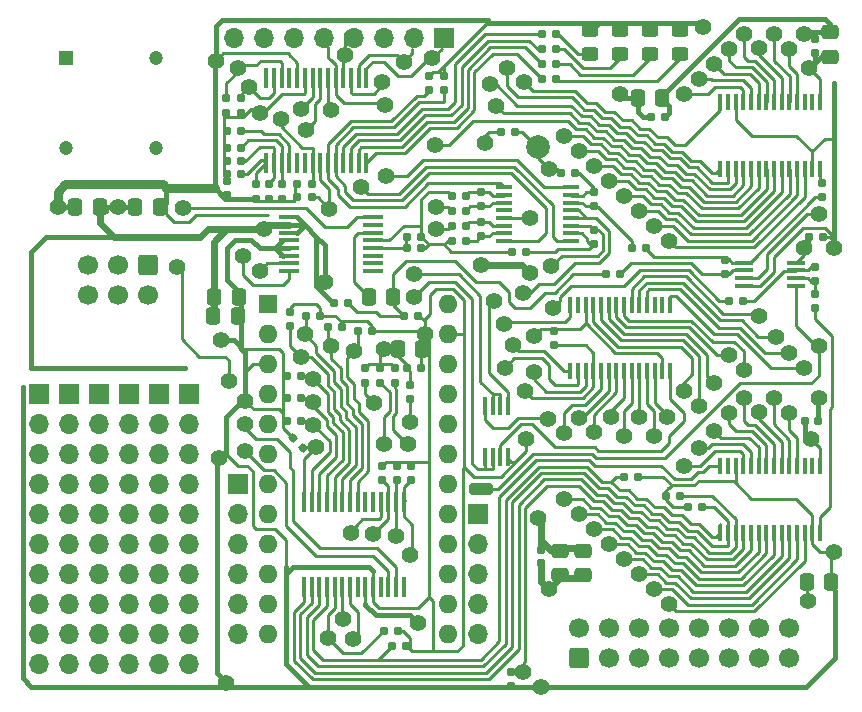
<source format=gbr>
%TF.GenerationSoftware,KiCad,Pcbnew,(6.0.4)*%
%TF.CreationDate,2022-12-09T13:12:30+01:00*%
%TF.ProjectId,SmartArtificialSoftTissue_Standard_v2,536d6172-7441-4727-9469-66696369616c,rev?*%
%TF.SameCoordinates,Original*%
%TF.FileFunction,Copper,L1,Top*%
%TF.FilePolarity,Positive*%
%FSLAX46Y46*%
G04 Gerber Fmt 4.6, Leading zero omitted, Abs format (unit mm)*
G04 Created by KiCad (PCBNEW (6.0.4)) date 2022-12-09 13:12:30*
%MOMM*%
%LPD*%
G01*
G04 APERTURE LIST*
G04 Aperture macros list*
%AMRoundRect*
0 Rectangle with rounded corners*
0 $1 Rounding radius*
0 $2 $3 $4 $5 $6 $7 $8 $9 X,Y pos of 4 corners*
0 Add a 4 corners polygon primitive as box body*
4,1,4,$2,$3,$4,$5,$6,$7,$8,$9,$2,$3,0*
0 Add four circle primitives for the rounded corners*
1,1,$1+$1,$2,$3*
1,1,$1+$1,$4,$5*
1,1,$1+$1,$6,$7*
1,1,$1+$1,$8,$9*
0 Add four rect primitives between the rounded corners*
20,1,$1+$1,$2,$3,$4,$5,0*
20,1,$1+$1,$4,$5,$6,$7,0*
20,1,$1+$1,$6,$7,$8,$9,0*
20,1,$1+$1,$8,$9,$2,$3,0*%
G04 Aperture macros list end*
%TA.AperFunction,SMDPad,CuDef*%
%ADD10RoundRect,0.250000X-0.337500X-0.475000X0.337500X-0.475000X0.337500X0.475000X-0.337500X0.475000X0*%
%TD*%
%TA.AperFunction,SMDPad,CuDef*%
%ADD11RoundRect,0.160000X-0.252791X0.026517X0.026517X-0.252791X0.252791X-0.026517X-0.026517X0.252791X0*%
%TD*%
%TA.AperFunction,SMDPad,CuDef*%
%ADD12RoundRect,0.160000X-0.197500X-0.160000X0.197500X-0.160000X0.197500X0.160000X-0.197500X0.160000X0*%
%TD*%
%TA.AperFunction,ComponentPad*%
%ADD13R,1.700000X1.700000*%
%TD*%
%TA.AperFunction,ComponentPad*%
%ADD14O,1.700000X1.700000*%
%TD*%
%TA.AperFunction,SMDPad,CuDef*%
%ADD15RoundRect,0.250000X0.475000X-0.337500X0.475000X0.337500X-0.475000X0.337500X-0.475000X-0.337500X0*%
%TD*%
%TA.AperFunction,SMDPad,CuDef*%
%ADD16RoundRect,0.250000X0.337500X0.475000X-0.337500X0.475000X-0.337500X-0.475000X0.337500X-0.475000X0*%
%TD*%
%TA.AperFunction,SMDPad,CuDef*%
%ADD17RoundRect,0.160000X0.160000X-0.197500X0.160000X0.197500X-0.160000X0.197500X-0.160000X-0.197500X0*%
%TD*%
%TA.AperFunction,SMDPad,CuDef*%
%ADD18RoundRect,0.160000X-0.160000X0.197500X-0.160000X-0.197500X0.160000X-0.197500X0.160000X0.197500X0*%
%TD*%
%TA.AperFunction,SMDPad,CuDef*%
%ADD19RoundRect,0.155000X-0.155000X0.212500X-0.155000X-0.212500X0.155000X-0.212500X0.155000X0.212500X0*%
%TD*%
%TA.AperFunction,SMDPad,CuDef*%
%ADD20RoundRect,0.155000X-0.212500X-0.155000X0.212500X-0.155000X0.212500X0.155000X-0.212500X0.155000X0*%
%TD*%
%TA.AperFunction,SMDPad,CuDef*%
%ADD21RoundRect,0.160000X0.197500X0.160000X-0.197500X0.160000X-0.197500X-0.160000X0.197500X-0.160000X0*%
%TD*%
%TA.AperFunction,ComponentPad*%
%ADD22RoundRect,0.250000X-0.600000X0.600000X-0.600000X-0.600000X0.600000X-0.600000X0.600000X0.600000X0*%
%TD*%
%TA.AperFunction,ComponentPad*%
%ADD23C,1.700000*%
%TD*%
%TA.AperFunction,SMDPad,CuDef*%
%ADD24RoundRect,0.250000X0.750000X-0.250000X0.750000X0.250000X-0.750000X0.250000X-0.750000X-0.250000X0*%
%TD*%
%TA.AperFunction,ComponentPad*%
%ADD25RoundRect,0.250000X0.600000X-0.600000X0.600000X0.600000X-0.600000X0.600000X-0.600000X-0.600000X0*%
%TD*%
%TA.AperFunction,SMDPad,CuDef*%
%ADD26RoundRect,0.250000X-0.450000X0.325000X-0.450000X-0.325000X0.450000X-0.325000X0.450000X0.325000X0*%
%TD*%
%TA.AperFunction,SMDPad,CuDef*%
%ADD27R,1.800000X0.450000*%
%TD*%
%TA.AperFunction,SMDPad,CuDef*%
%ADD28RoundRect,0.155000X0.155000X-0.212500X0.155000X0.212500X-0.155000X0.212500X-0.155000X-0.212500X0*%
%TD*%
%TA.AperFunction,ComponentPad*%
%ADD29R,1.600000X1.600000*%
%TD*%
%TA.AperFunction,ComponentPad*%
%ADD30O,1.600000X1.600000*%
%TD*%
%TA.AperFunction,SMDPad,CuDef*%
%ADD31R,0.355600X1.473200*%
%TD*%
%TA.AperFunction,ComponentPad*%
%ADD32C,2.000000*%
%TD*%
%TA.AperFunction,ComponentPad*%
%ADD33R,1.200000X1.200000*%
%TD*%
%TA.AperFunction,ComponentPad*%
%ADD34C,1.200000*%
%TD*%
%TA.AperFunction,SMDPad,CuDef*%
%ADD35R,1.473200X0.355600*%
%TD*%
%TA.AperFunction,SMDPad,CuDef*%
%ADD36R,0.431800X1.524000*%
%TD*%
%TA.AperFunction,SMDPad,CuDef*%
%ADD37RoundRect,0.250000X-0.475000X0.337500X-0.475000X-0.337500X0.475000X-0.337500X0.475000X0.337500X0*%
%TD*%
%TA.AperFunction,SMDPad,CuDef*%
%ADD38RoundRect,0.155000X0.212500X0.155000X-0.212500X0.155000X-0.212500X-0.155000X0.212500X-0.155000X0*%
%TD*%
%TA.AperFunction,SMDPad,CuDef*%
%ADD39R,0.450000X1.750000*%
%TD*%
%TA.AperFunction,SMDPad,CuDef*%
%ADD40R,1.524000X0.431800*%
%TD*%
%TA.AperFunction,ViaPad*%
%ADD41C,1.400000*%
%TD*%
%TA.AperFunction,Conductor*%
%ADD42C,0.250000*%
%TD*%
%TA.AperFunction,Conductor*%
%ADD43C,0.600000*%
%TD*%
%TA.AperFunction,Conductor*%
%ADD44C,0.400000*%
%TD*%
%TA.AperFunction,Conductor*%
%ADD45C,0.800000*%
%TD*%
G04 APERTURE END LIST*
D10*
%TO.P,C8,1*%
%TO.N,VCC_5V*%
X60875000Y-72390000D03*
%TO.P,C8,2*%
%TO.N,GND*%
X62950000Y-72390000D03*
%TD*%
D11*
%TO.P,R42,1*%
%TO.N,GND*%
X74190004Y-91970004D03*
%TO.P,R42,2*%
%TO.N,/M2_A3*%
X75034996Y-92814996D03*
%TD*%
D12*
%TO.P,R23,1*%
%TO.N,VCC_5V*%
X68602500Y-66000000D03*
%TO.P,R23,2*%
%TO.N,Net-(IOEX1-Pad18)*%
X69797500Y-66000000D03*
%TD*%
D13*
%TO.P,REF\u002A\u002A,1*%
%TO.N,N/C*%
X62865000Y-88265000D03*
D14*
%TO.P,REF\u002A\u002A,2*%
X62865000Y-90805000D03*
%TO.P,REF\u002A\u002A,3*%
X62865000Y-93345000D03*
%TO.P,REF\u002A\u002A,4*%
X62865000Y-95885000D03*
%TO.P,REF\u002A\u002A,5*%
X62865000Y-98425000D03*
%TO.P,REF\u002A\u002A,6*%
X62865000Y-100965000D03*
%TO.P,REF\u002A\u002A,7*%
X62865000Y-103505000D03*
%TO.P,REF\u002A\u002A,8*%
X62865000Y-106045000D03*
%TO.P,REF\u002A\u002A,9*%
X62865000Y-108585000D03*
%TO.P,REF\u002A\u002A,10*%
X62865000Y-111125000D03*
%TD*%
D12*
%TO.P,R52,1*%
%TO.N,/LED_blue*%
X95287500Y-61595000D03*
%TO.P,R52,2*%
%TO.N,Net-(D4-Pad2)*%
X96482500Y-61595000D03*
%TD*%
D15*
%TO.P,C21,1*%
%TO.N,VCC_5V*%
X119697500Y-59690000D03*
%TO.P,C21,2*%
%TO.N,VCC{slash}2*%
X119697500Y-57615000D03*
%TD*%
D16*
%TO.P,C18,1*%
%TO.N,GND*%
X69617500Y-80010000D03*
%TO.P,C18,2*%
%TO.N,VCC_5V*%
X67542500Y-80010000D03*
%TD*%
D17*
%TO.P,R33,1*%
%TO.N,/AS_3*%
X85725000Y-62510000D03*
%TO.P,R33,2*%
%TO.N,GND*%
X85725000Y-61315000D03*
%TD*%
D13*
%TO.P,REF\u002A\u002A,1*%
%TO.N,N/C*%
X65405000Y-88265000D03*
D14*
%TO.P,REF\u002A\u002A,2*%
X65405000Y-90805000D03*
%TO.P,REF\u002A\u002A,3*%
X65405000Y-93345000D03*
%TO.P,REF\u002A\u002A,4*%
X65405000Y-95885000D03*
%TO.P,REF\u002A\u002A,5*%
X65405000Y-98425000D03*
%TO.P,REF\u002A\u002A,6*%
X65405000Y-100965000D03*
%TO.P,REF\u002A\u002A,7*%
X65405000Y-103505000D03*
%TO.P,REF\u002A\u002A,8*%
X65405000Y-106045000D03*
%TO.P,REF\u002A\u002A,9*%
X65405000Y-108585000D03*
%TO.P,REF\u002A\u002A,10*%
X65405000Y-111125000D03*
%TD*%
D18*
%TO.P,J14,1*%
%TO.N,/SIG_OUT*%
X118999000Y-70395500D03*
%TO.P,J14,2*%
%TO.N,Net-(J8-Pad2)*%
X118999000Y-71590500D03*
%TD*%
D19*
%TO.P,C9,1*%
%TO.N,VCC_5V*%
X68647500Y-70235000D03*
%TO.P,C9,2*%
%TO.N,GND*%
X68647500Y-71370000D03*
%TD*%
D20*
%TO.P,C14,1*%
%TO.N,VCC_5V*%
X117927500Y-74930000D03*
%TO.P,C14,2*%
%TO.N,GND*%
X119062500Y-74930000D03*
%TD*%
D18*
%TO.P,R61,1*%
%TO.N,VCC{slash}2*%
X118427500Y-58177500D03*
%TO.P,R61,2*%
%TO.N,VCC_5V*%
X118427500Y-59372500D03*
%TD*%
D17*
%TO.P,R15,1*%
%TO.N,GND*%
X73300000Y-71697500D03*
%TO.P,R15,2*%
%TO.N,Net-(IOEX1-Pad17)*%
X73300000Y-70502500D03*
%TD*%
D12*
%TO.P,R51,1*%
%TO.N,/LED_green*%
X95287500Y-60325000D03*
%TO.P,R51,2*%
%TO.N,Net-(D3-Pad2)*%
X96482500Y-60325000D03*
%TD*%
D21*
%TO.P,R58,1*%
%TO.N,Net-(C17-Pad2)*%
X78897500Y-80502500D03*
%TO.P,R58,2*%
%TO.N,VCC_5V*%
X77702500Y-80502500D03*
%TD*%
D18*
%TO.P,R6,1*%
%TO.N,VCC_5V*%
X84100000Y-87502500D03*
%TO.P,R6,2*%
%TO.N,Net-(IOEX2-Pad18)*%
X84100000Y-88697500D03*
%TD*%
D10*
%TO.P,C17,1*%
%TO.N,Net-(C17-Pad1)*%
X80645000Y-80010000D03*
%TO.P,C17,2*%
%TO.N,Net-(C17-Pad2)*%
X82720000Y-80010000D03*
%TD*%
D22*
%TO.P,CON2,1,Pin_1*%
%TO.N,SDA*%
X61917500Y-77352500D03*
D23*
%TO.P,CON2,2,Pin_2*%
%TO.N,SCL*%
X61917500Y-79892500D03*
%TO.P,CON2,3,Pin_3*%
%TO.N,VCC_5V*%
X59377500Y-77352500D03*
%TO.P,CON2,4,Pin_4*%
%TO.N,GND*%
X59377500Y-79892500D03*
%TO.P,CON2,5,Pin_5*%
%TO.N,unconnected-(CON2-Pad5)*%
X56837500Y-77352500D03*
%TO.P,CON2,6,Pin_6*%
%TO.N,unconnected-(CON2-Pad6)*%
X56837500Y-79892500D03*
%TD*%
D21*
%TO.P,R36,1*%
%TO.N,GND*%
X78385000Y-82550000D03*
%TO.P,R36,2*%
%TO.N,/M1_A1*%
X77190000Y-82550000D03*
%TD*%
D24*
%TO.P,J13,1,Pin_1*%
%TO.N,VCC{slash}2*%
X90170000Y-96270000D03*
%TD*%
D13*
%TO.P,REF\u002A\u002A,1*%
%TO.N,N/C*%
X60325000Y-88265000D03*
D14*
%TO.P,REF\u002A\u002A,2*%
X60325000Y-90805000D03*
%TO.P,REF\u002A\u002A,3*%
X60325000Y-93345000D03*
%TO.P,REF\u002A\u002A,4*%
X60325000Y-95885000D03*
%TO.P,REF\u002A\u002A,5*%
X60325000Y-98425000D03*
%TO.P,REF\u002A\u002A,6*%
X60325000Y-100965000D03*
%TO.P,REF\u002A\u002A,7*%
X60325000Y-103505000D03*
%TO.P,REF\u002A\u002A,8*%
X60325000Y-106045000D03*
%TO.P,REF\u002A\u002A,9*%
X60325000Y-108585000D03*
%TO.P,REF\u002A\u002A,10*%
X60325000Y-111125000D03*
%TD*%
D16*
%TO.P,C22,1*%
%TO.N,VCC{slash}2*%
X105495000Y-63182500D03*
%TO.P,C22,2*%
%TO.N,GND*%
X103420000Y-63182500D03*
%TD*%
D12*
%TO.P,R39,1*%
%TO.N,GND*%
X73697500Y-86677500D03*
%TO.P,R39,2*%
%TO.N,/M2_A0*%
X74892500Y-86677500D03*
%TD*%
D17*
%TO.P,J3,1*%
%TO.N,/AS1_S3*%
X90170000Y-72352500D03*
%TO.P,J3,2*%
%TO.N,/AS1_D3*%
X90170000Y-71157500D03*
%TD*%
D18*
%TO.P,R5,1*%
%TO.N,VCC_5V*%
X81597500Y-86080000D03*
%TO.P,R5,2*%
%TO.N,Net-(IOEX2-Pad16)*%
X81597500Y-87275000D03*
%TD*%
D16*
%TO.P,C24,1*%
%TO.N,VCC_5V*%
X57870000Y-72390000D03*
%TO.P,C24,2*%
%TO.N,GND*%
X55795000Y-72390000D03*
%TD*%
D18*
%TO.P,R38,1*%
%TO.N,GND*%
X73977500Y-81317500D03*
%TO.P,R38,2*%
%TO.N,/M1_A3*%
X73977500Y-82512500D03*
%TD*%
D17*
%TO.P,R56,1*%
%TO.N,VCC_5V*%
X68580000Y-64415000D03*
%TO.P,R56,2*%
%TO.N,SCL*%
X68580000Y-63220000D03*
%TD*%
D13*
%TO.P,REF\u002A\u002A,1*%
%TO.N,N/C*%
X52705000Y-88265000D03*
D14*
%TO.P,REF\u002A\u002A,2*%
X52705000Y-90805000D03*
%TO.P,REF\u002A\u002A,3*%
X52705000Y-93345000D03*
%TO.P,REF\u002A\u002A,4*%
X52705000Y-95885000D03*
%TO.P,REF\u002A\u002A,5*%
X52705000Y-98425000D03*
%TO.P,REF\u002A\u002A,6*%
X52705000Y-100965000D03*
%TO.P,REF\u002A\u002A,7*%
X52705000Y-103505000D03*
%TO.P,REF\u002A\u002A,8*%
X52705000Y-106045000D03*
%TO.P,REF\u002A\u002A,9*%
X52705000Y-108585000D03*
%TO.P,REF\u002A\u002A,10*%
X52705000Y-111125000D03*
%TD*%
D12*
%TO.P,R43,1*%
%TO.N,GND*%
X105765000Y-96837500D03*
%TO.P,R43,2*%
%TO.N,/M3_A0*%
X106960000Y-96837500D03*
%TD*%
D18*
%TO.P,R48,1*%
%TO.N,GND*%
X96300000Y-82905000D03*
%TO.P,R48,2*%
%TO.N,/M2_EN*%
X96300000Y-84100000D03*
%TD*%
D17*
%TO.P,R64,1*%
%TO.N,Net-(OPA1-Pad2)*%
X110807500Y-78067500D03*
%TO.P,R64,2*%
%TO.N,Net-(J8-Pad2)*%
X110807500Y-76872500D03*
%TD*%
D12*
%TO.P,R40,1*%
%TO.N,GND*%
X73697500Y-88582500D03*
%TO.P,R40,2*%
%TO.N,/M2_A1*%
X74892500Y-88582500D03*
%TD*%
D21*
%TO.P,R65,1*%
%TO.N,Net-(OPA1-Pad7)*%
X112357500Y-80327500D03*
%TO.P,R65,2*%
%TO.N,/AS1_S1*%
X111162500Y-80327500D03*
%TD*%
D12*
%TO.P,R19,1*%
%TO.N,VCC_5V*%
X68607500Y-67400000D03*
%TO.P,R19,2*%
%TO.N,Net-(IOEX1-Pad17)*%
X69802500Y-67400000D03*
%TD*%
D25*
%TO.P,CON1,1,Pin_1*%
%TO.N,Net-(CON1-Pad1)*%
X98425000Y-110607500D03*
D23*
%TO.P,CON1,2,Pin_2*%
%TO.N,Net-(CON1-Pad2)*%
X98425000Y-108067500D03*
%TO.P,CON1,3,Pin_3*%
%TO.N,Net-(CON1-Pad3)*%
X100965000Y-110607500D03*
%TO.P,CON1,4,Pin_4*%
%TO.N,Net-(CON1-Pad4)*%
X100965000Y-108067500D03*
%TO.P,CON1,5,Pin_5*%
%TO.N,Net-(CON1-Pad5)*%
X103505000Y-110607500D03*
%TO.P,CON1,6,Pin_6*%
%TO.N,Net-(CON1-Pad6)*%
X103505000Y-108067500D03*
%TO.P,CON1,7,Pin_7*%
%TO.N,Net-(CON1-Pad7)*%
X106045000Y-110607500D03*
%TO.P,CON1,8,Pin_8*%
%TO.N,Net-(CON1-Pad8)*%
X106045000Y-108067500D03*
%TO.P,CON1,9,Pin_9*%
%TO.N,Net-(CON1-Pad9)*%
X108585000Y-110607500D03*
%TO.P,CON1,10,Pin_10*%
%TO.N,Net-(CON1-Pad10)*%
X108585000Y-108067500D03*
%TO.P,CON1,11,Pin_11*%
%TO.N,Net-(CON1-Pad11)*%
X111125000Y-110607500D03*
%TO.P,CON1,12,Pin_12*%
%TO.N,Net-(CON1-Pad12)*%
X111125000Y-108067500D03*
%TO.P,CON1,13,Pin_13*%
%TO.N,Net-(CON1-Pad13)*%
X113665000Y-110607500D03*
%TO.P,CON1,14,Pin_14*%
%TO.N,Net-(CON1-Pad14)*%
X113665000Y-108067500D03*
%TO.P,CON1,15,Pin_15*%
%TO.N,Net-(CON1-Pad15)*%
X116205000Y-110607500D03*
%TO.P,CON1,16,Pin_16*%
%TO.N,Net-(CON1-Pad16)*%
X116205000Y-108067500D03*
%TD*%
D16*
%TO.P,C19,1*%
%TO.N,GND*%
X69537500Y-81600000D03*
%TO.P,C19,2*%
%TO.N,VCC_5V*%
X67462500Y-81600000D03*
%TD*%
D13*
%TO.P,REF\u002A\u002A,1*%
%TO.N,N/C*%
X57785000Y-88265000D03*
D14*
%TO.P,REF\u002A\u002A,2*%
X57785000Y-90805000D03*
%TO.P,REF\u002A\u002A,3*%
X57785000Y-93345000D03*
%TO.P,REF\u002A\u002A,4*%
X57785000Y-95885000D03*
%TO.P,REF\u002A\u002A,5*%
X57785000Y-98425000D03*
%TO.P,REF\u002A\u002A,6*%
X57785000Y-100965000D03*
%TO.P,REF\u002A\u002A,7*%
X57785000Y-103505000D03*
%TO.P,REF\u002A\u002A,8*%
X57785000Y-106045000D03*
%TO.P,REF\u002A\u002A,9*%
X57785000Y-108585000D03*
%TO.P,REF\u002A\u002A,10*%
X57785000Y-111125000D03*
%TD*%
D10*
%TO.P,C2,1*%
%TO.N,VCC_5V*%
X83100000Y-84455000D03*
%TO.P,C2,2*%
%TO.N,GND*%
X85175000Y-84455000D03*
%TD*%
D26*
%TO.P,D4,1,K*%
%TO.N,GND*%
X106997500Y-57395000D03*
%TO.P,D4,2,A*%
%TO.N,Net-(D4-Pad2)*%
X106997500Y-59445000D03*
%TD*%
D12*
%TO.P,R44,1*%
%TO.N,GND*%
X107670000Y-97790000D03*
%TO.P,R44,2*%
%TO.N,/M3_A1*%
X108865000Y-97790000D03*
%TD*%
D27*
%TO.P,IC1,1,NC_1*%
%TO.N,unconnected-(IC1-Pad1)*%
X81020000Y-77840000D03*
%TO.P,IC1,2,NC_2*%
%TO.N,unconnected-(IC1-Pad2)*%
X81020000Y-77190000D03*
%TO.P,IC1,3,NC_3*%
%TO.N,unconnected-(IC1-Pad3)*%
X81020000Y-76540000D03*
%TO.P,IC1,4,RFB*%
%TO.N,Net-(C23-Pad2)*%
X81020000Y-75890000D03*
%TO.P,IC1,5,VIN*%
%TO.N,Net-(C23-Pad1)*%
X81020000Y-75240000D03*
%TO.P,IC1,6,VOUT*%
%TO.N,Net-(C17-Pad1)*%
X81020000Y-74590000D03*
%TO.P,IC1,7,NC_4*%
%TO.N,unconnected-(IC1-Pad7)*%
X81020000Y-73940000D03*
%TO.P,IC1,8,MCLK*%
%TO.N,Net-(IC1-Pad8)*%
X81020000Y-73290000D03*
%TO.P,IC1,9,DVDD*%
%TO.N,VCC_5V*%
X73920000Y-73290000D03*
%TO.P,IC1,10,AVDD1*%
X73920000Y-73940000D03*
%TO.P,IC1,11,AVDD2*%
X73920000Y-74590000D03*
%TO.P,IC1,12,DGND*%
%TO.N,GND*%
X73920000Y-75240000D03*
%TO.P,IC1,13,AGND1*%
X73920000Y-75890000D03*
%TO.P,IC1,14,AGND2*%
X73920000Y-76540000D03*
%TO.P,IC1,15,SDA*%
%TO.N,SDA*%
X73920000Y-77190000D03*
%TO.P,IC1,16,SCL*%
%TO.N,SCL*%
X73920000Y-77840000D03*
%TD*%
D15*
%TO.P,C7,1*%
%TO.N,VCC_5V*%
X96837500Y-103590000D03*
%TO.P,C7,2*%
%TO.N,GND*%
X96837500Y-101515000D03*
%TD*%
D28*
%TO.P,C13,1*%
%TO.N,VCC_5V*%
X95250000Y-102552500D03*
%TO.P,C13,2*%
%TO.N,GND*%
X95250000Y-101417500D03*
%TD*%
D13*
%TO.P,REF\u002A\u002A,1*%
%TO.N,N/C*%
X55245000Y-88265000D03*
D14*
%TO.P,REF\u002A\u002A,2*%
X55245000Y-90805000D03*
%TO.P,REF\u002A\u002A,3*%
X55245000Y-93345000D03*
%TO.P,REF\u002A\u002A,4*%
X55245000Y-95885000D03*
%TO.P,REF\u002A\u002A,5*%
X55245000Y-98425000D03*
%TO.P,REF\u002A\u002A,6*%
X55245000Y-100965000D03*
%TO.P,REF\u002A\u002A,7*%
X55245000Y-103505000D03*
%TO.P,REF\u002A\u002A,8*%
X55245000Y-106045000D03*
%TO.P,REF\u002A\u002A,9*%
X55245000Y-108585000D03*
%TO.P,REF\u002A\u002A,10*%
X55245000Y-111125000D03*
%TD*%
D12*
%TO.P,R50,1*%
%TO.N,/LED_yellow*%
X95287500Y-59055000D03*
%TO.P,R50,2*%
%TO.N,Net-(D2-Pad2)*%
X96482500Y-59055000D03*
%TD*%
%TO.P,J5,1*%
%TO.N,Net-(C23-Pad1)*%
X92747500Y-76200000D03*
%TO.P,J5,2*%
%TO.N,/AS1_D1*%
X93942500Y-76200000D03*
%TD*%
D17*
%TO.P,J2,1*%
%TO.N,/AS1_S4*%
X99695000Y-72352500D03*
%TO.P,J2,2*%
%TO.N,/AS1_D4*%
X99695000Y-71157500D03*
%TD*%
D18*
%TO.P,R7,1*%
%TO.N,VCC_5V*%
X82867500Y-86080000D03*
%TO.P,R7,2*%
%TO.N,Net-(IOEX2-Pad15)*%
X82867500Y-87275000D03*
%TD*%
D21*
%TO.P,R37,1*%
%TO.N,GND*%
X76480000Y-81597500D03*
%TO.P,R37,2*%
%TO.N,/M1_A2*%
X75285000Y-81597500D03*
%TD*%
D29*
%TO.P,UC1,1,D1/TX*%
%TO.N,unconnected-(UC1-Pad1)*%
X72072500Y-80645000D03*
D30*
%TO.P,UC1,2,D0/RX*%
%TO.N,unconnected-(UC1-Pad2)*%
X72072500Y-83185000D03*
%TO.P,UC1,3,GND*%
%TO.N,GND*%
X72072500Y-85725000D03*
%TO.P,UC1,4,GND*%
X72072500Y-88265000D03*
%TO.P,UC1,5,D2*%
%TO.N,SDA*%
X72072500Y-90805000D03*
%TO.P,UC1,6,~D3*%
%TO.N,SCL*%
X72072500Y-93345000D03*
%TO.P,UC1,7,D4/A6*%
%TO.N,Net-(J11-Pad1)*%
X72072500Y-95885000D03*
%TO.P,UC1,8,~D5*%
%TO.N,Net-(J11-Pad2)*%
X72072500Y-98425000D03*
%TO.P,UC1,9,~D6/A7*%
%TO.N,Net-(J11-Pad3)*%
X72072500Y-100965000D03*
%TO.P,UC1,10,D7*%
%TO.N,Net-(J11-Pad4)*%
X72072500Y-103505000D03*
%TO.P,UC1,11,D8/A8*%
%TO.N,Net-(J11-Pad5)*%
X72072500Y-106045000D03*
%TO.P,UC1,12,~D9/A9*%
%TO.N,Net-(J11-Pad6)*%
X72072500Y-108585000D03*
%TO.P,UC1,13,~D10/A10*%
%TO.N,Net-(J12-Pad5)*%
X87312500Y-108585000D03*
%TO.P,UC1,14,D16*%
%TO.N,Net-(J12-Pad4)*%
X87312500Y-106045000D03*
%TO.P,UC1,15,D14*%
%TO.N,Net-(J12-Pad3)*%
X87312500Y-103505000D03*
%TO.P,UC1,16,D15*%
%TO.N,Net-(J12-Pad2)*%
X87312500Y-100965000D03*
%TO.P,UC1,17,D18/A0*%
%TO.N,Net-(J12-Pad1)*%
X87312500Y-98425000D03*
%TO.P,UC1,18,D19/A1*%
%TO.N,unconnected-(UC1-Pad18)*%
X87312500Y-95885000D03*
%TO.P,UC1,19,D20/A2*%
%TO.N,unconnected-(UC1-Pad19)*%
X87312500Y-93345000D03*
%TO.P,UC1,20,D21/A3*%
%TO.N,unconnected-(UC1-Pad20)*%
X87312500Y-90805000D03*
%TO.P,UC1,21,VCC*%
%TO.N,VCC_5V*%
X87312500Y-88265000D03*
%TO.P,UC1,22,RST*%
%TO.N,unconnected-(UC1-Pad22)*%
X87312500Y-85725000D03*
%TO.P,UC1,23,GND*%
%TO.N,GND*%
X87312500Y-83185000D03*
%TO.P,UC1,24,RAW*%
%TO.N,unconnected-(UC1-Pad24)*%
X87312500Y-80645000D03*
%TD*%
D21*
%TO.P,J9,1*%
%TO.N,/AS1_D4*%
X98107500Y-69532500D03*
%TO.P,J9,2*%
%TO.N,/NEEDLE*%
X96912500Y-69532500D03*
%TD*%
%TO.P,R32,1*%
%TO.N,/AS_4*%
X75797500Y-71600000D03*
%TO.P,R32,2*%
%TO.N,GND*%
X74602500Y-71600000D03*
%TD*%
D31*
%TO.P,MUX1,1,VDD*%
%TO.N,VCC_5V*%
X118842500Y-63538100D03*
%TO.P,MUX1,2,NC*%
%TO.N,unconnected-(MUX1-Pad2)*%
X118192499Y-63538100D03*
%TO.P,MUX1,3,NC*%
%TO.N,unconnected-(MUX1-Pad3)*%
X117542500Y-63538100D03*
%TO.P,MUX1,4,S16*%
%TO.N,Net-(CON1-Pad16)*%
X116892499Y-63538100D03*
%TO.P,MUX1,5,S15*%
%TO.N,Net-(CON1-Pad15)*%
X116242501Y-63538100D03*
%TO.P,MUX1,6,S14*%
%TO.N,Net-(CON1-Pad14)*%
X115592499Y-63538100D03*
%TO.P,MUX1,7,S13*%
%TO.N,Net-(CON1-Pad13)*%
X114942501Y-63538100D03*
%TO.P,MUX1,8,S12*%
%TO.N,Net-(CON1-Pad12)*%
X114292502Y-63538100D03*
%TO.P,MUX1,9,S11*%
%TO.N,Net-(CON1-Pad11)*%
X113642501Y-63538100D03*
%TO.P,MUX1,10,S10*%
%TO.N,Net-(CON1-Pad10)*%
X112992502Y-63538100D03*
%TO.P,MUX1,11,S9*%
%TO.N,Net-(CON1-Pad9)*%
X112342501Y-63538100D03*
%TO.P,MUX1,12,GND*%
%TO.N,GND*%
X111692502Y-63538100D03*
%TO.P,MUX1,13,NC*%
%TO.N,unconnected-(MUX1-Pad13)*%
X111042501Y-63538100D03*
%TO.P,MUX1,14,A3*%
%TO.N,/M1_A3*%
X110392502Y-63538100D03*
%TO.P,MUX1,15,A2*%
%TO.N,/M1_A2*%
X110392500Y-69176900D03*
%TO.P,MUX1,16,A1*%
%TO.N,/M1_A1*%
X111042501Y-69176900D03*
%TO.P,MUX1,17,A0*%
%TO.N,/M1_A0*%
X111692500Y-69176900D03*
%TO.P,MUX1,18,EN*%
%TO.N,/M1_EN*%
X112342501Y-69176900D03*
%TO.P,MUX1,19,S1*%
%TO.N,Net-(CON1-Pad1)*%
X112992499Y-69176900D03*
%TO.P,MUX1,20,S2*%
%TO.N,Net-(CON1-Pad2)*%
X113642501Y-69176900D03*
%TO.P,MUX1,21,S3*%
%TO.N,Net-(CON1-Pad3)*%
X114292499Y-69176900D03*
%TO.P,MUX1,22,S4*%
%TO.N,Net-(CON1-Pad4)*%
X114942501Y-69176900D03*
%TO.P,MUX1,23,S5*%
%TO.N,Net-(CON1-Pad5)*%
X115592499Y-69176900D03*
%TO.P,MUX1,24,S6*%
%TO.N,Net-(CON1-Pad6)*%
X116242501Y-69176900D03*
%TO.P,MUX1,25,S7*%
%TO.N,Net-(CON1-Pad7)*%
X116892499Y-69176900D03*
%TO.P,MUX1,26,S8*%
%TO.N,Net-(CON1-Pad8)*%
X117542500Y-69176900D03*
%TO.P,MUX1,27,VSS*%
%TO.N,GND*%
X118192499Y-69176900D03*
%TO.P,MUX1,28,D*%
%TO.N,/SIG_OUT*%
X118842500Y-69176900D03*
%TD*%
D17*
%TO.P,R49,1*%
%TO.N,GND*%
X92710000Y-112992500D03*
%TO.P,R49,2*%
%TO.N,/M3_EN*%
X92710000Y-111797500D03*
%TD*%
%TO.P,R34,1*%
%TO.N,/AS_2*%
X86995000Y-62510000D03*
%TO.P,R34,2*%
%TO.N,GND*%
X86995000Y-61315000D03*
%TD*%
D21*
%TO.P,R59,1*%
%TO.N,GND*%
X84797500Y-81600000D03*
%TO.P,R59,2*%
%TO.N,Net-(C17-Pad2)*%
X83602500Y-81600000D03*
%TD*%
D32*
%TO.P,Needle1,1,Pin_1*%
%TO.N,/NEEDLE*%
X94932500Y-67310000D03*
%TD*%
D26*
%TO.P,D2,1,K*%
%TO.N,GND*%
X101917500Y-57395000D03*
%TO.P,D2,2,A*%
%TO.N,Net-(D2-Pad2)*%
X101917500Y-59445000D03*
%TD*%
D12*
%TO.P,R17,1*%
%TO.N,/LED_red*%
X95287500Y-57785000D03*
%TO.P,R17,2*%
%TO.N,Net-(D1-Pad2)*%
X96482500Y-57785000D03*
%TD*%
D31*
%TO.P,MUX2,1,VDD*%
%TO.N,VCC_5V*%
X106142500Y-80683100D03*
%TO.P,MUX2,2,NC*%
%TO.N,unconnected-(MUX2-Pad2)*%
X105492499Y-80683100D03*
%TO.P,MUX2,3,NC*%
%TO.N,unconnected-(MUX2-Pad3)*%
X104842500Y-80683100D03*
%TO.P,MUX2,4,S16*%
%TO.N,Net-(CON1-Pad16)*%
X104192499Y-80683100D03*
%TO.P,MUX2,5,S15*%
%TO.N,Net-(CON1-Pad15)*%
X103542501Y-80683100D03*
%TO.P,MUX2,6,S14*%
%TO.N,Net-(CON1-Pad14)*%
X102892499Y-80683100D03*
%TO.P,MUX2,7,S13*%
%TO.N,Net-(CON1-Pad13)*%
X102242501Y-80683100D03*
%TO.P,MUX2,8,S12*%
%TO.N,Net-(CON1-Pad12)*%
X101592502Y-80683100D03*
%TO.P,MUX2,9,S11*%
%TO.N,Net-(CON1-Pad11)*%
X100942501Y-80683100D03*
%TO.P,MUX2,10,S10*%
%TO.N,Net-(CON1-Pad10)*%
X100292502Y-80683100D03*
%TO.P,MUX2,11,S9*%
%TO.N,Net-(CON1-Pad9)*%
X99642501Y-80683100D03*
%TO.P,MUX2,12,GND*%
%TO.N,GND*%
X98992502Y-80683100D03*
%TO.P,MUX2,13,NC*%
%TO.N,unconnected-(MUX2-Pad13)*%
X98342501Y-80683100D03*
%TO.P,MUX2,14,A3*%
%TO.N,/M2_A3*%
X97692502Y-80683100D03*
%TO.P,MUX2,15,A2*%
%TO.N,/M2_A2*%
X97692500Y-86321900D03*
%TO.P,MUX2,16,A1*%
%TO.N,/M2_A1*%
X98342501Y-86321900D03*
%TO.P,MUX2,17,A0*%
%TO.N,/M2_A0*%
X98992500Y-86321900D03*
%TO.P,MUX2,18,EN*%
%TO.N,/M2_EN*%
X99642501Y-86321900D03*
%TO.P,MUX2,19,S1*%
%TO.N,Net-(CON1-Pad1)*%
X100292499Y-86321900D03*
%TO.P,MUX2,20,S2*%
%TO.N,Net-(CON1-Pad2)*%
X100942501Y-86321900D03*
%TO.P,MUX2,21,S3*%
%TO.N,Net-(CON1-Pad3)*%
X101592499Y-86321900D03*
%TO.P,MUX2,22,S4*%
%TO.N,Net-(CON1-Pad4)*%
X102242501Y-86321900D03*
%TO.P,MUX2,23,S5*%
%TO.N,Net-(CON1-Pad5)*%
X102892499Y-86321900D03*
%TO.P,MUX2,24,S6*%
%TO.N,Net-(CON1-Pad6)*%
X103542501Y-86321900D03*
%TO.P,MUX2,25,S7*%
%TO.N,Net-(CON1-Pad7)*%
X104192499Y-86321900D03*
%TO.P,MUX2,26,S8*%
%TO.N,Net-(CON1-Pad8)*%
X104842500Y-86321900D03*
%TO.P,MUX2,27,VSS*%
%TO.N,GND*%
X105492499Y-86321900D03*
%TO.P,MUX2,28,D*%
%TO.N,/SIG_MEAS_V*%
X106142500Y-86321900D03*
%TD*%
D33*
%TO.P,Y1,1,TRI-STATE*%
%TO.N,unconnected-(Y1-Pad1)*%
X54990000Y-59790000D03*
D34*
%TO.P,Y1,4,CASE_GROUND*%
%TO.N,GND*%
X54990000Y-67410000D03*
%TO.P,Y1,5,OUTPUT*%
%TO.N,Net-(IC1-Pad8)*%
X62610000Y-67410000D03*
%TO.P,Y1,8,+5V_DC*%
%TO.N,VCC_5V*%
X62610000Y-59790000D03*
%TD*%
D12*
%TO.P,R24,1*%
%TO.N,VCC_5V*%
X68602500Y-68500000D03*
%TO.P,R24,2*%
%TO.N,Net-(IOEX1-Pad16)*%
X69797500Y-68500000D03*
%TD*%
D10*
%TO.P,C1,1*%
%TO.N,VCC_5V*%
X117707500Y-104140000D03*
%TO.P,C1,2*%
%TO.N,GND*%
X119782500Y-104140000D03*
%TD*%
D12*
%TO.P,R60,1*%
%TO.N,Net-(C17-Pad2)*%
X100685000Y-78105000D03*
%TO.P,R60,2*%
%TO.N,Net-(OPA1-Pad2)*%
X101880000Y-78105000D03*
%TD*%
D18*
%TO.P,R2,1*%
%TO.N,GND*%
X83000000Y-94302500D03*
%TO.P,R2,2*%
%TO.N,Net-(IOEX2-Pad16)*%
X83000000Y-95497500D03*
%TD*%
D21*
%TO.P,R45,1*%
%TO.N,GND*%
X103467500Y-95250000D03*
%TO.P,R45,2*%
%TO.N,/M3_A2*%
X102272500Y-95250000D03*
%TD*%
D26*
%TO.P,D3,1,K*%
%TO.N,GND*%
X104457500Y-57395000D03*
%TO.P,D3,2,A*%
%TO.N,Net-(D3-Pad2)*%
X104457500Y-59445000D03*
%TD*%
D21*
%TO.P,R46,1*%
%TO.N,GND*%
X83820000Y-109537500D03*
%TO.P,R46,2*%
%TO.N,/M3_A3*%
X82625000Y-109537500D03*
%TD*%
D12*
%TO.P,R67,1*%
%TO.N,Net-(OPA2-Pad1)*%
X87667500Y-73977500D03*
%TO.P,R67,2*%
%TO.N,/AS1_S2*%
X88862500Y-73977500D03*
%TD*%
D21*
%TO.P,R35,1*%
%TO.N,GND*%
X80925000Y-82867500D03*
%TO.P,R35,2*%
%TO.N,/M1_A0*%
X79730000Y-82867500D03*
%TD*%
D12*
%TO.P,J8,1*%
%TO.N,/AS1_S4*%
X102907500Y-75882500D03*
%TO.P,J8,2*%
%TO.N,Net-(J8-Pad2)*%
X104102500Y-75882500D03*
%TD*%
%TO.P,R55,1*%
%TO.N,Net-(OPA2-Pad6)*%
X87667500Y-72707500D03*
%TO.P,R55,2*%
%TO.N,/AS1_S3*%
X88862500Y-72707500D03*
%TD*%
%TO.P,R62,1*%
%TO.N,GND*%
X104495000Y-64770000D03*
%TO.P,R62,2*%
%TO.N,VCC{slash}2*%
X105690000Y-64770000D03*
%TD*%
D21*
%TO.P,R31,1*%
%TO.N,/AS_1*%
X75797500Y-70500000D03*
%TO.P,R31,2*%
%TO.N,GND*%
X74602500Y-70500000D03*
%TD*%
D13*
%TO.P,CON3,1,Pin_1*%
%TO.N,/GPIO_B0*%
X86980000Y-58102500D03*
D14*
%TO.P,CON3,2,Pin_2*%
%TO.N,/GPIO_B1*%
X84440000Y-58102500D03*
%TO.P,CON3,3,Pin_3*%
%TO.N,/GPIO_B2*%
X81900000Y-58102500D03*
%TO.P,CON3,4,Pin_4*%
%TO.N,/GPIO_B3*%
X79360000Y-58102500D03*
%TO.P,CON3,5,Pin_5*%
%TO.N,/GPIO_B4*%
X76820000Y-58102500D03*
%TO.P,CON3,6,Pin_6*%
%TO.N,/GPIO_B5*%
X74280000Y-58102500D03*
%TO.P,CON3,7,Pin_7*%
%TO.N,/GPIO_B6*%
X71740000Y-58102500D03*
%TO.P,CON3,8,Pin_8*%
%TO.N,/GPIO_B7*%
X69200000Y-58102500D03*
%TD*%
D18*
%TO.P,R4,1*%
%TO.N,VCC_5V*%
X80327500Y-86080000D03*
%TO.P,R4,2*%
%TO.N,Net-(IOEX2-Pad17)*%
X80327500Y-87275000D03*
%TD*%
D17*
%TO.P,R_shunt1,1*%
%TO.N,/SIG_MEAS_Z*%
X118427500Y-80962500D03*
%TO.P,R_shunt1,2*%
%TO.N,Net-(OPA1-Pad6)*%
X118427500Y-79767500D03*
%TD*%
%TO.P,R53,1*%
%TO.N,VCC_5V*%
X69850000Y-64415000D03*
%TO.P,R53,2*%
%TO.N,SDA*%
X69850000Y-63220000D03*
%TD*%
D18*
%TO.P,R1,1*%
%TO.N,GND*%
X81800000Y-94302500D03*
%TO.P,R1,2*%
%TO.N,Net-(IOEX2-Pad17)*%
X81800000Y-95497500D03*
%TD*%
D12*
%TO.P,J10,1*%
%TO.N,/NEEDLE_*%
X91795000Y-66040000D03*
%TO.P,J10,2*%
%TO.N,/NEEDLE*%
X92990000Y-66040000D03*
%TD*%
D18*
%TO.P,R3,1*%
%TO.N,GND*%
X84200000Y-94302500D03*
%TO.P,R3,2*%
%TO.N,Net-(IOEX2-Pad15)*%
X84200000Y-95497500D03*
%TD*%
D21*
%TO.P,R47,1*%
%TO.N,GND*%
X83147500Y-108267500D03*
%TO.P,R47,2*%
%TO.N,/M1_EN*%
X81952500Y-108267500D03*
%TD*%
D35*
%TO.P,AS1,1,IN1*%
%TO.N,/AS_1*%
X97751900Y-75299999D03*
%TO.P,AS1,2,D1*%
%TO.N,/AS1_D1*%
X97751900Y-74650001D03*
%TO.P,AS1,3,S1*%
%TO.N,/AS1_S1*%
X97751900Y-73999999D03*
%TO.P,AS1,4,VSS*%
%TO.N,GND*%
X97751900Y-73350001D03*
%TO.P,AS1,5,GND*%
X97751900Y-72700002D03*
%TO.P,AS1,6,S4*%
%TO.N,/AS1_S4*%
X97751900Y-72050001D03*
%TO.P,AS1,7,D4*%
%TO.N,/AS1_D4*%
X97751900Y-71400002D03*
%TO.P,AS1,8,IN4*%
%TO.N,/AS_4*%
X97751900Y-70750001D03*
%TO.P,AS1,9,IN3*%
%TO.N,/AS_3*%
X92113100Y-70750001D03*
%TO.P,AS1,10,D3*%
%TO.N,/AS1_D3*%
X92113100Y-71399999D03*
%TO.P,AS1,11,S3*%
%TO.N,/AS1_S3*%
X92113100Y-72050001D03*
%TO.P,AS1,12,NC*%
%TO.N,unconnected-(AS1-Pad12)*%
X92113100Y-72699999D03*
%TO.P,AS1,13,VDD*%
%TO.N,VCC_5V*%
X92113100Y-73349998D03*
%TO.P,AS1,14,S2*%
%TO.N,/AS1_S2*%
X92113100Y-73999999D03*
%TO.P,AS1,15,D2*%
%TO.N,/AS1_D2*%
X92113100Y-74649998D03*
%TO.P,AS1,16,IN2*%
%TO.N,/AS_2*%
X92113100Y-75299999D03*
%TD*%
D18*
%TO.P,J1,1*%
%TO.N,/AS1_S1*%
X99695000Y-74332500D03*
%TO.P,J1,2*%
%TO.N,/AS1_D1*%
X99695000Y-75527500D03*
%TD*%
D36*
%TO.P,OPA2,1,OUTA*%
%TO.N,Net-(OPA2-Pad1)*%
X90465001Y-93611700D03*
%TO.P,OPA2,2,-INA*%
X91114999Y-93611700D03*
%TO.P,OPA2,3,+INA*%
%TO.N,/SIG_MEAS_V*%
X91765001Y-93611700D03*
%TO.P,OPA2,4,V-*%
%TO.N,GND*%
X92414999Y-93611700D03*
%TO.P,OPA2,5,+INB*%
%TO.N,/NEEDLE_*%
X92414999Y-89268300D03*
%TO.P,OPA2,6,-INB*%
%TO.N,Net-(OPA2-Pad6)*%
X91765001Y-89268300D03*
%TO.P,OPA2,7,OUTB*%
X91114999Y-89268300D03*
%TO.P,OPA2,8,V+*%
%TO.N,VCC_5V*%
X90465001Y-89268300D03*
%TD*%
D18*
%TO.P,J4,1*%
%TO.N,/AS1_S2*%
X90170000Y-73697500D03*
%TO.P,J4,2*%
%TO.N,/AS1_D2*%
X90170000Y-74892500D03*
%TD*%
D37*
%TO.P,C20,1*%
%TO.N,GND*%
X98742500Y-101515000D03*
%TO.P,C20,2*%
%TO.N,VCC_5V*%
X98742500Y-103590000D03*
%TD*%
D26*
%TO.P,D1,1,K*%
%TO.N,GND*%
X99377500Y-57395000D03*
%TO.P,D1,2,A*%
%TO.N,Net-(D1-Pad2)*%
X99377500Y-59445000D03*
%TD*%
D20*
%TO.P,C11,1*%
%TO.N,VCC_5V*%
X117542500Y-90487500D03*
%TO.P,C11,2*%
%TO.N,GND*%
X118677500Y-90487500D03*
%TD*%
D17*
%TO.P,R18,1*%
%TO.N,GND*%
X71100000Y-71697500D03*
%TO.P,R18,2*%
%TO.N,Net-(IOEX1-Pad15)*%
X71100000Y-70502500D03*
%TD*%
%TO.P,R63,1*%
%TO.N,Net-(OPA1-Pad6)*%
X118427500Y-78702500D03*
%TO.P,R63,2*%
%TO.N,Net-(OPA1-Pad7)*%
X118427500Y-77507500D03*
%TD*%
D13*
%TO.P,J11,1,Pin_1*%
%TO.N,Net-(J11-Pad1)*%
X69532500Y-95885000D03*
D14*
%TO.P,J11,2,Pin_2*%
%TO.N,Net-(J11-Pad2)*%
X69532500Y-98425000D03*
%TO.P,J11,3,Pin_3*%
%TO.N,Net-(J11-Pad3)*%
X69532500Y-100965000D03*
%TO.P,J11,4,Pin_4*%
%TO.N,Net-(J11-Pad4)*%
X69532500Y-103505000D03*
%TO.P,J11,5,Pin_5*%
%TO.N,Net-(J11-Pad5)*%
X69532500Y-106045000D03*
%TO.P,J11,6,Pin_6*%
%TO.N,Net-(J11-Pad6)*%
X69532500Y-108585000D03*
%TD*%
D12*
%TO.P,R25,1*%
%TO.N,VCC_5V*%
X68605000Y-69600000D03*
%TO.P,R25,2*%
%TO.N,Net-(IOEX1-Pad15)*%
X69800000Y-69600000D03*
%TD*%
D38*
%TO.P,C23,1*%
%TO.N,Net-(C23-Pad1)*%
X85022500Y-74930000D03*
%TO.P,C23,2*%
%TO.N,Net-(C23-Pad2)*%
X83887500Y-74930000D03*
%TD*%
D12*
%TO.P,R54,1*%
%TO.N,Net-(C23-Pad2)*%
X83857500Y-75882500D03*
%TO.P,R54,2*%
%TO.N,Net-(C23-Pad1)*%
X85052500Y-75882500D03*
%TD*%
D39*
%TO.P,IOEX1,1,GPB0*%
%TO.N,/GPIO_B0*%
X80425000Y-61487500D03*
%TO.P,IOEX1,2,GPB1*%
%TO.N,/GPIO_B1*%
X79775000Y-61487500D03*
%TO.P,IOEX1,3,GPB2*%
%TO.N,/GPIO_B2*%
X79125000Y-61487500D03*
%TO.P,IOEX1,4,GPB3*%
%TO.N,/GPIO_B3*%
X78475000Y-61487500D03*
%TO.P,IOEX1,5,GPB4*%
%TO.N,/GPIO_B4*%
X77825000Y-61487500D03*
%TO.P,IOEX1,6,GPB5*%
%TO.N,/GPIO_B5*%
X77175000Y-61487500D03*
%TO.P,IOEX1,7,GPB6*%
%TO.N,/GPIO_B6*%
X76525000Y-61487500D03*
%TO.P,IOEX1,8,GPB7*%
%TO.N,/GPIO_B7*%
X75875000Y-61487500D03*
%TO.P,IOEX1,9,VDD*%
%TO.N,VCC_5V*%
X75225000Y-61487500D03*
%TO.P,IOEX1,10,VSS*%
%TO.N,GND*%
X74575000Y-61487500D03*
%TO.P,IOEX1,11,NC*%
%TO.N,unconnected-(IOEX1-Pad11)*%
X73925000Y-61487500D03*
%TO.P,IOEX1,12,SCK*%
%TO.N,SCL*%
X73275000Y-61487500D03*
%TO.P,IOEX1,13,SDA*%
%TO.N,SDA*%
X72625000Y-61487500D03*
%TO.P,IOEX1,14,NC*%
%TO.N,unconnected-(IOEX1-Pad14)*%
X71975000Y-61487500D03*
%TO.P,IOEX1,15,A0*%
%TO.N,Net-(IOEX1-Pad15)*%
X71975000Y-68687500D03*
%TO.P,IOEX1,16,A1*%
%TO.N,Net-(IOEX1-Pad16)*%
X72625000Y-68687500D03*
%TO.P,IOEX1,17,A2*%
%TO.N,Net-(IOEX1-Pad17)*%
X73275000Y-68687500D03*
%TO.P,IOEX1,18,~{RESET}*%
%TO.N,Net-(IOEX1-Pad18)*%
X73925000Y-68687500D03*
%TO.P,IOEX1,19,INTB*%
%TO.N,unconnected-(IOEX1-Pad19)*%
X74575000Y-68687500D03*
%TO.P,IOEX1,20,INTA*%
%TO.N,unconnected-(IOEX1-Pad20)*%
X75225000Y-68687500D03*
%TO.P,IOEX1,21,GPA0*%
%TO.N,/AS_1*%
X75875000Y-68687500D03*
%TO.P,IOEX1,22,GPA1*%
%TO.N,/AS_4*%
X76525000Y-68687500D03*
%TO.P,IOEX1,23,GPA2*%
%TO.N,/AS_3*%
X77175000Y-68687500D03*
%TO.P,IOEX1,24,GPA3*%
%TO.N,/AS_2*%
X77825000Y-68687500D03*
%TO.P,IOEX1,25,GPA4*%
%TO.N,/LED_red*%
X78475000Y-68687500D03*
%TO.P,IOEX1,26,GPA5*%
%TO.N,/LED_yellow*%
X79125000Y-68687500D03*
%TO.P,IOEX1,27,GPA6*%
%TO.N,/LED_green*%
X79775000Y-68687500D03*
%TO.P,IOEX1,28,GPA7*%
%TO.N,/LED_blue*%
X80425000Y-68687500D03*
%TD*%
%TO.P,IOEX2,1,GPB0*%
%TO.N,/M3_A0*%
X75150000Y-104565000D03*
%TO.P,IOEX2,2,GPB1*%
%TO.N,/M3_A1*%
X75800000Y-104565000D03*
%TO.P,IOEX2,3,GPB2*%
%TO.N,/M3_A2*%
X76450000Y-104565000D03*
%TO.P,IOEX2,4,GPB3*%
%TO.N,/M3_A3*%
X77100000Y-104565000D03*
%TO.P,IOEX2,5,GPB4*%
%TO.N,/M1_EN*%
X77750000Y-104565000D03*
%TO.P,IOEX2,6,GPB5*%
%TO.N,/M2_EN*%
X78400000Y-104565000D03*
%TO.P,IOEX2,7,GPB6*%
%TO.N,/M3_EN*%
X79050000Y-104565000D03*
%TO.P,IOEX2,8,GPB7*%
%TO.N,unconnected-(IOEX2-Pad8)*%
X79700000Y-104565000D03*
%TO.P,IOEX2,9,VDD*%
%TO.N,VCC_5V*%
X80350000Y-104565000D03*
%TO.P,IOEX2,10,VSS*%
%TO.N,GND*%
X81000000Y-104565000D03*
%TO.P,IOEX2,11,NC*%
%TO.N,unconnected-(IOEX2-Pad11)*%
X81650000Y-104565000D03*
%TO.P,IOEX2,12,SCK*%
%TO.N,SCL*%
X82300000Y-104565000D03*
%TO.P,IOEX2,13,SDA*%
%TO.N,SDA*%
X82950000Y-104565000D03*
%TO.P,IOEX2,14,NC*%
%TO.N,unconnected-(IOEX2-Pad14)*%
X83600000Y-104565000D03*
%TO.P,IOEX2,15,A0*%
%TO.N,Net-(IOEX2-Pad15)*%
X83600000Y-97365000D03*
%TO.P,IOEX2,16,A1*%
%TO.N,Net-(IOEX2-Pad16)*%
X82950000Y-97365000D03*
%TO.P,IOEX2,17,A2*%
%TO.N,Net-(IOEX2-Pad17)*%
X82300000Y-97365000D03*
%TO.P,IOEX2,18,~{RESET}*%
%TO.N,Net-(IOEX2-Pad18)*%
X81650000Y-97365000D03*
%TO.P,IOEX2,19,INTB*%
%TO.N,unconnected-(IOEX2-Pad19)*%
X81000000Y-97365000D03*
%TO.P,IOEX2,20,INTA*%
%TO.N,unconnected-(IOEX2-Pad20)*%
X80350000Y-97365000D03*
%TO.P,IOEX2,21,GPA0*%
%TO.N,/M1_A0*%
X79700000Y-97365000D03*
%TO.P,IOEX2,22,GPA1*%
%TO.N,/M1_A1*%
X79050000Y-97365000D03*
%TO.P,IOEX2,23,GPA2*%
%TO.N,/M1_A2*%
X78400000Y-97365000D03*
%TO.P,IOEX2,24,GPA3*%
%TO.N,/M1_A3*%
X77750000Y-97365000D03*
%TO.P,IOEX2,25,GPA4*%
%TO.N,/M2_A0*%
X77100000Y-97365000D03*
%TO.P,IOEX2,26,GPA5*%
%TO.N,/M2_A1*%
X76450000Y-97365000D03*
%TO.P,IOEX2,27,GPA6*%
%TO.N,/M2_A2*%
X75800000Y-97365000D03*
%TO.P,IOEX2,28,GPA7*%
%TO.N,/M2_A3*%
X75150000Y-97365000D03*
%TD*%
D20*
%TO.P,C10,1*%
%TO.N,VCC_5V*%
X83887500Y-86042500D03*
%TO.P,C10,2*%
%TO.N,GND*%
X85022500Y-86042500D03*
%TD*%
D12*
%TO.P,J6,1*%
%TO.N,Net-(C23-Pad1)*%
X87667500Y-75247500D03*
%TO.P,J6,2*%
%TO.N,/AS1_D2*%
X88862500Y-75247500D03*
%TD*%
%TO.P,J7,1*%
%TO.N,Net-(C23-Pad1)*%
X87667500Y-71437500D03*
%TO.P,J7,2*%
%TO.N,/AS1_D3*%
X88862500Y-71437500D03*
%TD*%
D31*
%TO.P,MUX3,1,VDD*%
%TO.N,VCC_5V*%
X118842500Y-94335600D03*
%TO.P,MUX3,2,NC*%
%TO.N,unconnected-(MUX3-Pad2)*%
X118192499Y-94335600D03*
%TO.P,MUX3,3,NC*%
%TO.N,unconnected-(MUX3-Pad3)*%
X117542500Y-94335600D03*
%TO.P,MUX3,4,S16*%
%TO.N,Net-(CON1-Pad16)*%
X116892499Y-94335600D03*
%TO.P,MUX3,5,S15*%
%TO.N,Net-(CON1-Pad15)*%
X116242501Y-94335600D03*
%TO.P,MUX3,6,S14*%
%TO.N,Net-(CON1-Pad14)*%
X115592499Y-94335600D03*
%TO.P,MUX3,7,S13*%
%TO.N,Net-(CON1-Pad13)*%
X114942501Y-94335600D03*
%TO.P,MUX3,8,S12*%
%TO.N,Net-(CON1-Pad12)*%
X114292502Y-94335600D03*
%TO.P,MUX3,9,S11*%
%TO.N,Net-(CON1-Pad11)*%
X113642501Y-94335600D03*
%TO.P,MUX3,10,S10*%
%TO.N,Net-(CON1-Pad10)*%
X112992502Y-94335600D03*
%TO.P,MUX3,11,S9*%
%TO.N,Net-(CON1-Pad9)*%
X112342501Y-94335600D03*
%TO.P,MUX3,12,GND*%
%TO.N,GND*%
X111692502Y-94335600D03*
%TO.P,MUX3,13,NC*%
%TO.N,unconnected-(MUX3-Pad13)*%
X111042501Y-94335600D03*
%TO.P,MUX3,14,A3*%
%TO.N,/M3_A3*%
X110392502Y-94335600D03*
%TO.P,MUX3,15,A2*%
%TO.N,/M3_A2*%
X110392500Y-99974400D03*
%TO.P,MUX3,16,A1*%
%TO.N,/M3_A1*%
X111042501Y-99974400D03*
%TO.P,MUX3,17,A0*%
%TO.N,/M3_A0*%
X111692500Y-99974400D03*
%TO.P,MUX3,18,EN*%
%TO.N,/M3_EN*%
X112342501Y-99974400D03*
%TO.P,MUX3,19,S1*%
%TO.N,Net-(CON1-Pad1)*%
X112992499Y-99974400D03*
%TO.P,MUX3,20,S2*%
%TO.N,Net-(CON1-Pad2)*%
X113642501Y-99974400D03*
%TO.P,MUX3,21,S3*%
%TO.N,Net-(CON1-Pad3)*%
X114292499Y-99974400D03*
%TO.P,MUX3,22,S4*%
%TO.N,Net-(CON1-Pad4)*%
X114942501Y-99974400D03*
%TO.P,MUX3,23,S5*%
%TO.N,Net-(CON1-Pad5)*%
X115592499Y-99974400D03*
%TO.P,MUX3,24,S6*%
%TO.N,Net-(CON1-Pad6)*%
X116242501Y-99974400D03*
%TO.P,MUX3,25,S7*%
%TO.N,Net-(CON1-Pad7)*%
X116892499Y-99974400D03*
%TO.P,MUX3,26,S8*%
%TO.N,Net-(CON1-Pad8)*%
X117542500Y-99974400D03*
%TO.P,MUX3,27,VSS*%
%TO.N,GND*%
X118192499Y-99974400D03*
%TO.P,MUX3,28,D*%
%TO.N,/SIG_MEAS_Z*%
X118842500Y-99974400D03*
%TD*%
D17*
%TO.P,R16,1*%
%TO.N,GND*%
X72200000Y-71697500D03*
%TO.P,R16,2*%
%TO.N,Net-(IOEX1-Pad16)*%
X72200000Y-70502500D03*
%TD*%
D13*
%TO.P,J12,1,Pin_1*%
%TO.N,Net-(J12-Pad1)*%
X89852500Y-98425000D03*
D14*
%TO.P,J12,2,Pin_2*%
%TO.N,Net-(J12-Pad2)*%
X89852500Y-100965000D03*
%TO.P,J12,3,Pin_3*%
%TO.N,Net-(J12-Pad3)*%
X89852500Y-103505000D03*
%TO.P,J12,4,Pin_4*%
%TO.N,Net-(J12-Pad4)*%
X89852500Y-106045000D03*
%TO.P,J12,5,Pin_5*%
%TO.N,Net-(J12-Pad5)*%
X89852500Y-108585000D03*
%TD*%
D12*
%TO.P,R41,1*%
%TO.N,GND*%
X73697500Y-90487500D03*
%TO.P,R41,2*%
%TO.N,/M2_A2*%
X74892500Y-90487500D03*
%TD*%
D40*
%TO.P,OPA1,1,OUTA*%
%TO.N,Net-(J8-Pad2)*%
X112445800Y-77130001D03*
%TO.P,OPA1,2,-INA*%
%TO.N,Net-(OPA1-Pad2)*%
X112445800Y-77779999D03*
%TO.P,OPA1,3,+INA*%
%TO.N,VCC{slash}2*%
X112445800Y-78430001D03*
%TO.P,OPA1,4,V-*%
%TO.N,GND*%
X112445800Y-79079999D03*
%TO.P,OPA1,5,+INB*%
%TO.N,VCC{slash}2*%
X116789200Y-79079999D03*
%TO.P,OPA1,6,-INB*%
%TO.N,Net-(OPA1-Pad6)*%
X116789200Y-78430001D03*
%TO.P,OPA1,7,OUTB*%
%TO.N,Net-(OPA1-Pad7)*%
X116789200Y-77779999D03*
%TO.P,OPA1,8,V+*%
%TO.N,VCC_5V*%
X116789200Y-77130001D03*
%TD*%
D41*
%TO.N,/M1_A3*%
X93800000Y-61800000D03*
X74930000Y-85090000D03*
%TO.N,/M1_A2*%
X92300000Y-60642500D03*
X75247500Y-83185000D03*
%TO.N,/M1_A1*%
X77470000Y-84137500D03*
X90900000Y-62000000D03*
%TO.N,/M1_A0*%
X91440000Y-63817500D03*
X79400000Y-84600000D03*
%TO.N,SDA*%
X68800000Y-87100000D03*
X70485000Y-62230000D03*
X70167500Y-90805000D03*
X71400000Y-77800000D03*
X64400000Y-77500000D03*
%TO.N,SCL*%
X70000000Y-76600000D03*
X69532500Y-60642500D03*
X70167500Y-93027500D03*
%TO.N,VCC_5V*%
X117475000Y-86042500D03*
X118110000Y-92075000D03*
X94297500Y-73342500D03*
X117475000Y-75882500D03*
X94300000Y-78000000D03*
X84772500Y-107632500D03*
X59372500Y-72390000D03*
X95885000Y-104775000D03*
X81915000Y-84455000D03*
X71437500Y-64452500D03*
X95795697Y-90396855D03*
X117792500Y-105727500D03*
X76900000Y-78800000D03*
X71755000Y-74295000D03*
X117949858Y-60642500D03*
X90170000Y-77324500D03*
%TO.N,GND*%
X68580000Y-112712500D03*
X54292500Y-72390000D03*
X101917500Y-62866040D03*
X67692500Y-60007500D03*
X70200000Y-88800000D03*
X93980000Y-92075000D03*
X94600000Y-83300000D03*
X95003000Y-98742500D03*
X118745000Y-88582500D03*
X95250000Y-113030000D03*
X85407500Y-83185000D03*
X108902500Y-57150000D03*
X120015000Y-75882500D03*
X120015000Y-101600000D03*
X93662500Y-79700000D03*
X68100000Y-83700000D03*
X67945000Y-93662500D03*
%TO.N,/M1_EN*%
X86270845Y-67138000D03*
X77152500Y-108902500D03*
%TO.N,/M2_A3*%
X76193540Y-92710000D03*
X92100000Y-82300000D03*
%TO.N,/M2_A2*%
X92869467Y-84110989D03*
X75925258Y-90855242D03*
%TO.N,/M2_A1*%
X92200000Y-86000000D03*
X75882500Y-88900000D03*
%TO.N,/M2_A0*%
X75898300Y-86995000D03*
X94615000Y-86360000D03*
%TO.N,/M2_EN*%
X78422500Y-107315000D03*
X93840463Y-87996895D03*
%TO.N,/M3_EN*%
X79302539Y-108974961D03*
X93662500Y-111760000D03*
%TO.N,Net-(IC1-Pad8)*%
X64880000Y-72500000D03*
%TO.N,Net-(IOEX2-Pad18)*%
X79100000Y-100000000D03*
X84100000Y-90600000D03*
%TO.N,Net-(IOEX2-Pad17)*%
X81100000Y-89000000D03*
X81000000Y-100100000D03*
%TO.N,/AS_4*%
X82100000Y-69800000D03*
X77300000Y-72600000D03*
%TO.N,/AS_1*%
X73185142Y-64930142D03*
X80010000Y-70715980D03*
%TO.N,/GPIO_B0*%
X86000000Y-59800000D03*
%TO.N,/GPIO_B1*%
X83600000Y-60100000D03*
%TO.N,/GPIO_B2*%
X81800000Y-61800000D03*
%TO.N,/GPIO_B3*%
X78600000Y-59500000D03*
%TO.N,/GPIO_B4*%
X82000000Y-63800000D03*
%TO.N,/GPIO_B5*%
X77400000Y-64200000D03*
%TO.N,/GPIO_B6*%
X75300000Y-65900000D03*
%TO.N,/GPIO_B7*%
X74900000Y-64100000D03*
%TO.N,VCC{slash}2*%
X118745000Y-73025000D03*
X118745000Y-84137500D03*
X117475000Y-57785000D03*
%TO.N,/AS1_S1*%
X96202500Y-80962500D03*
X96100000Y-77400000D03*
%TO.N,Net-(OPA2-Pad1)*%
X86360000Y-74295000D03*
X84455000Y-80010000D03*
%TO.N,Net-(OPA2-Pad6)*%
X84455000Y-78105000D03*
X86360000Y-72390000D03*
%TO.N,Net-(IOEX2-Pad16)*%
X82975500Y-100300000D03*
X81900000Y-92500000D03*
%TO.N,Net-(IOEX2-Pad15)*%
X84000000Y-92500000D03*
X84100000Y-101900000D03*
%TO.N,Net-(CON1-Pad1)*%
X97167812Y-91550000D03*
X97155000Y-97155000D03*
X97175979Y-66357500D03*
%TO.N,Net-(CON1-Pad2)*%
X98445979Y-67627500D03*
X98425000Y-98425000D03*
X98425000Y-90256071D03*
%TO.N,Net-(CON1-Pad3)*%
X99715979Y-68897500D03*
X99695000Y-99695000D03*
X99700000Y-91500000D03*
%TO.N,Net-(CON1-Pad4)*%
X100965000Y-100965000D03*
X100985979Y-70167500D03*
X101110500Y-90170000D03*
%TO.N,Net-(CON1-Pad5)*%
X102255979Y-71437500D03*
X102235000Y-91757500D03*
X102235000Y-102235000D03*
%TO.N,Net-(CON1-Pad6)*%
X103505000Y-103505000D03*
X103504304Y-90172088D03*
X103525979Y-72707500D03*
%TO.N,Net-(CON1-Pad7)*%
X104775000Y-91757500D03*
X104795979Y-73977500D03*
X104775000Y-104775000D03*
%TO.N,Net-(CON1-Pad8)*%
X105899500Y-90170000D03*
X106065979Y-75247500D03*
X106045000Y-106045000D03*
%TO.N,Net-(CON1-Pad9)*%
X107315000Y-87947500D03*
X107315000Y-94297500D03*
X107335979Y-62865000D03*
%TO.N,Net-(CON1-Pad10)*%
X108605979Y-61595000D03*
X108583608Y-89216108D03*
X108579788Y-92794608D03*
%TO.N,Net-(CON1-Pad11)*%
X109875979Y-60325000D03*
X109865599Y-91353481D03*
X109855000Y-87312500D03*
%TO.N,Net-(CON1-Pad12)*%
X111145979Y-59055000D03*
X111125000Y-84944500D03*
X111125000Y-89852500D03*
%TO.N,Net-(CON1-Pad13)*%
X112415979Y-57785000D03*
X112395000Y-88582500D03*
X112395000Y-86188000D03*
%TO.N,Net-(CON1-Pad14)*%
X113689001Y-58965077D03*
X113668022Y-89762577D03*
X113665000Y-81597500D03*
%TO.N,Net-(CON1-Pad15)*%
X115080500Y-83412898D03*
X114955979Y-57785000D03*
X114935000Y-88582500D03*
%TO.N,Net-(CON1-Pad16)*%
X116205000Y-84772500D03*
X116227371Y-59055000D03*
X116206392Y-89852500D03*
%TO.N,/NEEDLE_*%
X91268000Y-80327500D03*
X90488892Y-66993892D03*
%TO.N,/NEEDLE*%
X95885000Y-69215000D03*
%TD*%
D42*
%TO.N,/M1_A3*%
X73977500Y-82512500D02*
X73977500Y-84137500D01*
X110413481Y-64211519D02*
X110413481Y-63538100D01*
X77750000Y-95280000D02*
X77750000Y-97365000D01*
X77726441Y-89511865D02*
X78199040Y-89984464D01*
X104397227Y-65771343D02*
X105117708Y-66491824D01*
X73977500Y-84137500D02*
X74930000Y-85090000D01*
X99127232Y-63609901D02*
X99904365Y-63609900D01*
X94547500Y-62547500D02*
X98064831Y-62547500D01*
X78966610Y-94063390D02*
X77750000Y-95280000D01*
X78199040Y-90480126D02*
X78966610Y-91247696D01*
X102122469Y-65050862D02*
X102899608Y-65050862D01*
X78966610Y-91247696D02*
X78966610Y-94063390D01*
X74930000Y-85090000D02*
X75733050Y-85090000D01*
X105894846Y-66491824D02*
X106566482Y-67163460D01*
X106566482Y-67163460D02*
X107407266Y-67163460D01*
X77726441Y-88046003D02*
X77726441Y-89511865D01*
X105117708Y-66491824D02*
X105894846Y-66491824D01*
X75733050Y-85090000D02*
X77152500Y-86509450D01*
X101401988Y-64330381D02*
X102122469Y-65050862D01*
X98064831Y-62547500D02*
X99127232Y-63609901D01*
X103620089Y-65771343D02*
X104397227Y-65771343D01*
X77152500Y-87472062D02*
X77726441Y-88046003D01*
X107434403Y-67190597D02*
X110413481Y-64211519D01*
X77152500Y-86509450D02*
X77152500Y-87472062D01*
X99904365Y-63609900D02*
X100624850Y-64330381D01*
X107407266Y-67163460D02*
X107434403Y-67190597D01*
X100624850Y-64330381D02*
X101401988Y-64330381D01*
X78199040Y-89984464D02*
X78199040Y-90480126D01*
X102899608Y-65050862D02*
X103620089Y-65771343D01*
X93800000Y-61800000D02*
X94547500Y-62547500D01*
%TO.N,/M1_A2*%
X77702020Y-87244444D02*
X77702020Y-86281832D01*
X92300000Y-60642500D02*
X92300000Y-62137500D01*
X107948974Y-68482305D02*
X107179649Y-67712980D01*
X78748560Y-89756846D02*
X78275961Y-89284247D01*
X101894851Y-65600382D02*
X101174370Y-64879901D01*
X103392471Y-66320863D02*
X102671990Y-65600382D01*
X92300000Y-62137500D02*
X93259520Y-63097020D01*
X110413479Y-69176900D02*
X110057879Y-69532500D01*
X108650423Y-68482305D02*
X107948974Y-68482305D01*
X76200000Y-84137500D02*
X75247500Y-83185000D01*
X78275961Y-89284247D02*
X78275960Y-87818384D01*
X78400000Y-95407138D02*
X79516130Y-94291008D01*
X109700617Y-69532500D02*
X108650423Y-68482305D01*
X93259520Y-63097020D02*
X97837212Y-63097020D01*
X75285000Y-81597500D02*
X75285000Y-83147500D01*
X79516129Y-93835771D02*
X79516129Y-91020077D01*
X77702020Y-86281832D02*
X76200000Y-84779812D01*
X105667228Y-67041344D02*
X104890090Y-67041344D01*
X104169609Y-66320863D02*
X103392471Y-66320863D01*
X98899612Y-64159420D02*
X98332596Y-63592404D01*
X78748560Y-90252508D02*
X78748560Y-89756846D01*
X75285000Y-83147500D02*
X75247500Y-83185000D01*
X110057879Y-69532500D02*
X109700617Y-69532500D01*
X76200000Y-84779812D02*
X76200000Y-84137500D01*
X78400000Y-97365000D02*
X78400000Y-95407138D01*
X79516130Y-94291008D02*
X79516129Y-93835771D01*
X97837212Y-63097020D02*
X98332596Y-63592404D01*
X79516129Y-91020077D02*
X78748560Y-90252508D01*
X99676748Y-64159420D02*
X98899612Y-64159420D01*
X107179649Y-67712980D02*
X106338864Y-67712980D01*
X98332596Y-63592404D02*
X98324622Y-63584429D01*
X101174370Y-64879901D02*
X100397233Y-64879901D01*
X100397233Y-64879901D02*
X99676748Y-64159420D01*
X104890090Y-67041344D02*
X104169609Y-66320863D01*
X78275960Y-87818384D02*
X77702020Y-87244444D01*
X102671990Y-65600382D02*
X101894851Y-65600382D01*
X106338864Y-67712980D02*
X105667228Y-67041344D01*
%TO.N,/M1_A1*%
X105439610Y-67590864D02*
X106111246Y-68262500D01*
X77470000Y-85272674D02*
X78251540Y-86054214D01*
X102444372Y-66149902D02*
X103164853Y-66870383D01*
X100946752Y-65429421D02*
X101667233Y-66149902D01*
X77190000Y-82550000D02*
X77190000Y-83857500D01*
X78251540Y-87016826D02*
X78825479Y-87590765D01*
X106952031Y-68262500D02*
X107721356Y-69031825D01*
X78825479Y-87590765D02*
X78825481Y-89056629D01*
X111063480Y-70290321D02*
X111063480Y-69176900D01*
X79298080Y-89529228D02*
X79298080Y-90024890D01*
X100169615Y-65429421D02*
X100946752Y-65429421D01*
X79050000Y-95534275D02*
X79050000Y-97365000D01*
X97780555Y-63817500D02*
X98671996Y-64708941D01*
X77470000Y-84137500D02*
X77470000Y-85272674D01*
X101667233Y-66149902D02*
X102444372Y-66149902D01*
X111015790Y-70338011D02*
X111063480Y-70290321D01*
X78825481Y-89056629D02*
X79298080Y-89529228D01*
X90900000Y-62000000D02*
X91385362Y-62000000D01*
X98671996Y-64708941D02*
X99449131Y-64708940D01*
X103941991Y-66870383D02*
X104662472Y-67590864D01*
X103164853Y-66870383D02*
X103941991Y-66870383D01*
X109728990Y-70338011D02*
X111015790Y-70338011D01*
X77190000Y-83857500D02*
X77470000Y-84137500D01*
X108422805Y-69031825D02*
X109728990Y-70338011D01*
X78251540Y-86054214D02*
X78251540Y-87016826D01*
X79298080Y-90024890D02*
X80065650Y-90792460D01*
X80065650Y-94518625D02*
X79050000Y-95534275D01*
X106111246Y-68262500D02*
X106952031Y-68262500D01*
X93202862Y-63817500D02*
X97780555Y-63817500D01*
X91385362Y-62000000D02*
X93202862Y-63817500D01*
X104662472Y-67590864D02*
X105439610Y-67590864D01*
X107721356Y-69031825D02*
X108422805Y-69031825D01*
X80065650Y-90792460D02*
X80065650Y-94518625D01*
X99449131Y-64708940D02*
X100169615Y-65429421D01*
%TO.N,/M1_A0*%
X79730000Y-84270000D02*
X79730000Y-82867500D01*
X97638417Y-64452500D02*
X98444378Y-65258461D01*
X92075000Y-64452500D02*
X97638417Y-64452500D01*
X106773254Y-68860861D02*
X107493738Y-69581345D01*
X79847600Y-89055100D02*
X79847600Y-89797272D01*
X79400000Y-84600000D02*
X78801060Y-85198940D01*
X79374998Y-87363146D02*
X79375000Y-88582500D01*
X91440000Y-63817500D02*
X92075000Y-64452500D01*
X111713479Y-70417460D02*
X111713479Y-69176900D01*
X103714373Y-67419903D02*
X104434854Y-68140384D01*
X107493738Y-69581345D02*
X108195187Y-69581345D01*
X79847600Y-89797272D02*
X80615170Y-90564842D01*
X80615170Y-90564842D02*
X80615170Y-94746243D01*
X102937235Y-67419903D02*
X103714373Y-67419903D01*
X79700000Y-95661413D02*
X79700000Y-97365000D01*
X78801060Y-85198940D02*
X78801060Y-86789208D01*
X78801060Y-86789208D02*
X79374998Y-87363146D01*
X99221514Y-65258460D02*
X99941996Y-65978941D01*
X79375000Y-88582500D02*
X79847600Y-89055100D01*
X100719134Y-65978941D02*
X101439615Y-66699422D01*
X102216754Y-66699422D02*
X102937235Y-67419903D01*
X98444378Y-65258461D02*
X99221514Y-65258460D01*
X104434854Y-68140384D02*
X105211992Y-68140384D01*
X105211992Y-68140384D02*
X105932469Y-68860861D01*
X80615170Y-94746243D02*
X79700000Y-95661413D01*
X111243408Y-70887531D02*
X111713479Y-70417460D01*
X99941996Y-65978941D02*
X100719134Y-65978941D01*
X105932469Y-68860861D02*
X106773254Y-68860861D01*
X101439615Y-66699422D02*
X102216754Y-66699422D01*
X109501371Y-70887530D02*
X111243408Y-70887531D01*
X108195187Y-69581345D02*
X109501371Y-70887530D01*
X79400000Y-84600000D02*
X79730000Y-84270000D01*
%TO.N,SDA*%
X71437500Y-63182500D02*
X72229022Y-63182500D01*
X72229022Y-63182500D02*
X72625000Y-62786522D01*
X72010000Y-77190000D02*
X71400000Y-77800000D01*
X73920000Y-77190000D02*
X72010000Y-77190000D01*
X70167500Y-90805000D02*
X70167500Y-90487500D01*
X72866250Y-92075000D02*
X73977500Y-93186250D01*
X68800000Y-85400000D02*
X68500000Y-85100000D01*
X73977500Y-94472862D02*
X74209520Y-94704882D01*
X68500000Y-85100000D02*
X66300000Y-85100000D01*
X64800000Y-77900000D02*
X64400000Y-77500000D01*
X70485000Y-62230000D02*
X71437500Y-63182500D01*
X69850000Y-62865000D02*
X70485000Y-62230000D01*
X81359638Y-101282500D02*
X82950000Y-102872862D01*
X82950000Y-102872862D02*
X82950000Y-104565000D01*
X69850000Y-63220000D02*
X69850000Y-62865000D01*
X76517500Y-101282500D02*
X81359638Y-101282500D01*
X68800000Y-87100000D02*
X68800000Y-85400000D01*
X74209520Y-98974520D02*
X76517500Y-101282500D01*
X70167500Y-91122500D02*
X71120000Y-92075000D01*
X73977500Y-93186250D02*
X73977500Y-94472862D01*
X66300000Y-85100000D02*
X64800000Y-83600000D01*
X74209520Y-94704882D02*
X74209520Y-98974520D01*
X72625000Y-62786522D02*
X72625000Y-61487500D01*
X64800000Y-83600000D02*
X64800000Y-77900000D01*
X71120000Y-92075000D02*
X72866250Y-92075000D01*
X71400000Y-77800000D02*
X71425000Y-77825000D01*
X70167500Y-90805000D02*
X70167500Y-91122500D01*
%TO.N,SCL*%
X76200000Y-101917500D02*
X80962500Y-101917500D01*
X73395000Y-79000000D02*
X73920000Y-78475000D01*
X71800489Y-94660489D02*
X72579710Y-94660489D01*
X73660000Y-99377500D02*
X76200000Y-101917500D01*
X70800000Y-79000000D02*
X73395000Y-79000000D01*
X73094022Y-60007500D02*
X73275000Y-60188478D01*
X71120000Y-60410480D02*
X71522980Y-60007500D01*
X73920000Y-78475000D02*
X73920000Y-77840000D01*
X69532500Y-60642500D02*
X69764520Y-60410480D01*
X69532500Y-60642500D02*
X69532500Y-60960000D01*
X70167500Y-93027500D02*
X71800489Y-94660489D01*
X82300000Y-103255000D02*
X82300000Y-104565000D01*
X72579710Y-94660489D02*
X73660000Y-95740779D01*
X73660000Y-95740779D02*
X73660000Y-99377500D01*
X70000000Y-76600000D02*
X70000000Y-78200000D01*
X69764520Y-60410480D02*
X71120000Y-60410480D01*
X73275000Y-60188478D02*
X73275000Y-61487500D01*
X80962500Y-101917500D02*
X82300000Y-103255000D01*
X69532500Y-60960000D02*
X68580000Y-61912500D01*
X71522980Y-60007500D02*
X73094022Y-60007500D01*
X70000000Y-78200000D02*
X70800000Y-79000000D01*
X68580000Y-61912500D02*
X68580000Y-63220000D01*
%TO.N,VCC_5V*%
X117949858Y-60642500D02*
X118842500Y-61535142D01*
X80350000Y-106052226D02*
X80350000Y-104565000D01*
D43*
X95250000Y-104140000D02*
X95885000Y-104775000D01*
X66992500Y-74295000D02*
X66357500Y-74930000D01*
D42*
X68400000Y-68500000D02*
X68400000Y-69395000D01*
X68500000Y-67400000D02*
X68400000Y-67300000D01*
D43*
X67542500Y-80010000D02*
X67542500Y-79460000D01*
D44*
X77645000Y-80502500D02*
X76200000Y-79057500D01*
X76200000Y-74930000D02*
X75210000Y-73940000D01*
D43*
X93624500Y-77324500D02*
X94300000Y-78000000D01*
D44*
X118427500Y-59372500D02*
X118427500Y-60164858D01*
D42*
X82550000Y-85725000D02*
X82867500Y-86042500D01*
D44*
X52070000Y-86042500D02*
X65087500Y-86042500D01*
D42*
X68605000Y-69600000D02*
X68605000Y-70192500D01*
D44*
X57870000Y-72390000D02*
X58420000Y-72390000D01*
D42*
X71120000Y-64452500D02*
X71437500Y-64452500D01*
X69850000Y-64415000D02*
X69850000Y-64770000D01*
D43*
X68580000Y-74295000D02*
X66992500Y-74295000D01*
D44*
X76900000Y-78800000D02*
X76900000Y-75630000D01*
D43*
X96837500Y-103590000D02*
X96837500Y-103822500D01*
D42*
X68605000Y-70192500D02*
X68647500Y-70235000D01*
X83100000Y-85005000D02*
X83100000Y-84455000D01*
D43*
X98742500Y-103590000D02*
X98510000Y-103822500D01*
D42*
X93259520Y-90255480D02*
X92392500Y-91122500D01*
X68580000Y-64420000D02*
X68400000Y-64600000D01*
X73323660Y-62865000D02*
X75146522Y-62865000D01*
X117927500Y-74930000D02*
X117927500Y-75430000D01*
D44*
X117542500Y-90487500D02*
X117542500Y-91507500D01*
D42*
X73920000Y-73290000D02*
X73712500Y-73290000D01*
D44*
X117542500Y-91507500D02*
X118110000Y-92075000D01*
D42*
X68400000Y-65797500D02*
X68602500Y-66000000D01*
X73920000Y-74590000D02*
X74560000Y-74590000D01*
D44*
X81239794Y-106987020D02*
X80327500Y-106074726D01*
D43*
X67542500Y-75332500D02*
X68580000Y-74295000D01*
D42*
X118842500Y-92807500D02*
X118842500Y-94335600D01*
X72053660Y-64135000D02*
X73323660Y-62865000D01*
D44*
X76900000Y-75630000D02*
X76200000Y-74930000D01*
D42*
X117475000Y-76444201D02*
X117475000Y-75882500D01*
X70008750Y-64770000D02*
X70643750Y-64135000D01*
D44*
X58420000Y-72707500D02*
X58420000Y-72390000D01*
D43*
X67542500Y-81520000D02*
X67542500Y-79460000D01*
X98510000Y-103822500D02*
X97070000Y-103822500D01*
X57870000Y-73745000D02*
X57870000Y-72390000D01*
D42*
X114689969Y-86042500D02*
X111832469Y-83185000D01*
X95795697Y-90396855D02*
X95654322Y-90255480D01*
D43*
X59055000Y-74930000D02*
X57870000Y-73745000D01*
D44*
X57870000Y-72390000D02*
X59372500Y-72390000D01*
D42*
X95654322Y-90255480D02*
X93259520Y-90255480D01*
D43*
X95250000Y-102552500D02*
X95250000Y-104140000D01*
D42*
X69850000Y-64770000D02*
X70008750Y-64770000D01*
X91122500Y-91122500D02*
X90465001Y-90465001D01*
D44*
X60875000Y-72390000D02*
X59372500Y-72390000D01*
D42*
X117707500Y-105642500D02*
X117792500Y-105727500D01*
X111832469Y-83185000D02*
X109893064Y-83185000D01*
D43*
X90170000Y-77324500D02*
X93624500Y-77324500D01*
D42*
X81597500Y-84772500D02*
X81915000Y-84455000D01*
X68400000Y-67300000D02*
X68400000Y-68500000D01*
X83887500Y-85792500D02*
X83100000Y-85005000D01*
X71437500Y-64452500D02*
X71347500Y-64452500D01*
X106632584Y-79924520D02*
X106142500Y-79924520D01*
X70802500Y-64135000D02*
X71120000Y-64452500D01*
X109893064Y-83185000D02*
X106632584Y-79924520D01*
D43*
X71755000Y-74295000D02*
X72110000Y-73940000D01*
X96837500Y-103822500D02*
X95885000Y-104775000D01*
D42*
X118110000Y-92075000D02*
X118842500Y-92807500D01*
D43*
X72110000Y-73940000D02*
X73920000Y-73940000D01*
D42*
X117927500Y-75430000D02*
X117475000Y-75882500D01*
D44*
X118902358Y-59690000D02*
X117949858Y-60642500D01*
D42*
X118842500Y-61535142D02*
X118842500Y-63538100D01*
X83887500Y-86042500D02*
X83887500Y-85792500D01*
X68400000Y-69395000D02*
X68605000Y-69600000D01*
D44*
X80327500Y-106074726D02*
X80327500Y-106045000D01*
D43*
X71755000Y-74295000D02*
X68580000Y-74295000D01*
X66357500Y-74930000D02*
X59055000Y-74930000D01*
D42*
X90465001Y-90465001D02*
X90465001Y-89268300D01*
X82550000Y-85725000D02*
X81597500Y-85725000D01*
D44*
X118427500Y-60164858D02*
X117949858Y-60642500D01*
D42*
X116789200Y-77130001D02*
X117475000Y-76444201D01*
X84100000Y-86255000D02*
X83887500Y-86042500D01*
X77702500Y-80502500D02*
X77645000Y-80502500D01*
X117707500Y-104140000D02*
X117707500Y-105642500D01*
D44*
X59055000Y-74930000D02*
X53340000Y-74930000D01*
D42*
X80327500Y-86042500D02*
X80327500Y-86080000D01*
X81597500Y-86080000D02*
X81597500Y-84772500D01*
D44*
X53340000Y-74930000D02*
X52070000Y-76200000D01*
D43*
X97070000Y-103822500D02*
X96837500Y-103590000D01*
D42*
X82867500Y-86042500D02*
X82867500Y-86080000D01*
D43*
X67462500Y-81600000D02*
X67542500Y-81520000D01*
D42*
X68600000Y-66000000D02*
X68400000Y-66200000D01*
D44*
X84127020Y-106987020D02*
X81239794Y-106987020D01*
D42*
X68580000Y-64415000D02*
X68580000Y-64770000D01*
X75225000Y-62786522D02*
X75225000Y-61487500D01*
X92120598Y-73342500D02*
X92113100Y-73349998D01*
X75146522Y-62865000D02*
X75225000Y-62786522D01*
X81597500Y-86080000D02*
X81597500Y-85725000D01*
X73920000Y-73290000D02*
X74560000Y-73290000D01*
D44*
X76200000Y-79057500D02*
X76200000Y-74930000D01*
D42*
X83100000Y-84455000D02*
X81915000Y-84455000D01*
X68607500Y-67400000D02*
X68500000Y-67400000D01*
X68580000Y-64415000D02*
X68580000Y-64420000D01*
X84100000Y-87502500D02*
X84100000Y-86255000D01*
X117475000Y-86042500D02*
X114689969Y-86042500D01*
D44*
X52070000Y-76200000D02*
X52070000Y-86042500D01*
D42*
X80645000Y-85725000D02*
X80327500Y-86042500D01*
D44*
X84772500Y-107632500D02*
X84127020Y-106987020D01*
D42*
X68602500Y-68500000D02*
X68400000Y-68500000D01*
X68580000Y-64770000D02*
X69850000Y-64770000D01*
X81597500Y-85725000D02*
X80645000Y-85725000D01*
X68400000Y-64600000D02*
X68400000Y-65797500D01*
X92392500Y-91122500D02*
X91122500Y-91122500D01*
X70643750Y-64135000D02*
X70802500Y-64135000D01*
D44*
X119697500Y-59690000D02*
X118902358Y-59690000D01*
X75210000Y-73940000D02*
X73920000Y-73940000D01*
D42*
X68602500Y-66000000D02*
X68600000Y-66000000D01*
X106142500Y-79924520D02*
X106142500Y-80683100D01*
D44*
X74560000Y-73290000D02*
X75210000Y-73940000D01*
X74560000Y-74590000D02*
X75210000Y-73940000D01*
D42*
X94297500Y-73342500D02*
X92120598Y-73342500D01*
X80327500Y-106074726D02*
X80350000Y-106052226D01*
X70802500Y-64135000D02*
X72053660Y-64135000D01*
X68400000Y-66200000D02*
X68400000Y-67300000D01*
D43*
X67542500Y-79460000D02*
X67542500Y-75332500D01*
D42*
%TO.N,GND*%
X81800000Y-94302500D02*
X81800000Y-94300000D01*
X117428515Y-74149511D02*
X119234511Y-74149511D01*
X85407500Y-83185000D02*
X85725000Y-83502500D01*
D43*
X69617500Y-80010000D02*
X69532500Y-80010000D01*
D44*
X67700000Y-57100000D02*
X68200000Y-56600000D01*
D42*
X73595481Y-100582981D02*
X73595481Y-102897749D01*
D44*
X70200000Y-86327500D02*
X70167500Y-86360000D01*
D42*
X111692502Y-94335600D02*
X111692502Y-95817502D01*
X68647500Y-71370000D02*
X68637500Y-71380000D01*
X84137500Y-109855000D02*
X84308460Y-110025960D01*
D43*
X97070000Y-101282500D02*
X96837500Y-101515000D01*
D42*
X67692500Y-60007500D02*
X68322989Y-59377011D01*
D43*
X98742500Y-101515000D02*
X98340000Y-101515000D01*
D42*
X81800000Y-94300000D02*
X82100000Y-94000000D01*
D44*
X108585000Y-56832500D02*
X106752500Y-56832500D01*
D42*
X69800000Y-81600000D02*
X69850000Y-81650000D01*
X63500000Y-70802500D02*
X63500000Y-73025000D01*
X107315000Y-57395000D02*
X106752500Y-56832500D01*
X80925000Y-82867500D02*
X85090000Y-82867500D01*
D44*
X68580000Y-90170000D02*
X69851400Y-88898600D01*
D42*
X77787500Y-81597500D02*
X78263750Y-82073750D01*
X73920000Y-76540000D02*
X73365000Y-76540000D01*
D44*
X72715000Y-75890000D02*
X73920000Y-75890000D01*
X69850000Y-82867500D02*
X69850000Y-81650000D01*
X55245000Y-72390000D02*
X55207500Y-72352500D01*
D42*
X98417502Y-72700002D02*
X99067501Y-73350001D01*
X66015480Y-73049520D02*
X72072500Y-73049520D01*
X68322989Y-59377011D02*
X73763533Y-59377011D01*
X71300000Y-71900000D02*
X71997500Y-71900000D01*
X86040000Y-61000000D02*
X86495362Y-61000000D01*
X93222825Y-93857825D02*
X91830650Y-95250000D01*
D44*
X119800000Y-110900000D02*
X120100000Y-110600000D01*
D42*
X105727500Y-96520000D02*
X105727500Y-96800000D01*
X92710000Y-93980000D02*
X92414999Y-93684999D01*
X97751900Y-72700002D02*
X98417502Y-72700002D01*
D44*
X70200000Y-84805000D02*
X70200000Y-86327500D01*
D42*
X98108900Y-77152500D02*
X100154638Y-77152500D01*
X87312500Y-83185000D02*
X88582500Y-83185000D01*
D44*
X67945000Y-93662500D02*
X67800000Y-93807500D01*
D42*
X64135000Y-73660000D02*
X65405000Y-73660000D01*
X92414999Y-93684999D02*
X92414999Y-93611700D01*
X73977500Y-80962500D02*
X74295000Y-80645000D01*
X70200000Y-88800000D02*
X70167500Y-88832500D01*
X106045000Y-96233424D02*
X106306893Y-95971531D01*
D44*
X51355489Y-112315489D02*
X51355489Y-87630000D01*
D42*
X72662011Y-99649511D02*
X73595481Y-100582981D01*
D44*
X103420000Y-64367500D02*
X103822500Y-64770000D01*
X71100000Y-71697500D02*
X68637500Y-71697500D01*
D42*
X85725000Y-93975000D02*
X85725000Y-105410000D01*
X99896637Y-73350001D02*
X99067501Y-73350001D01*
X68580000Y-93345000D02*
X69532500Y-94297500D01*
X120015000Y-101600000D02*
X118821251Y-101600000D01*
D44*
X73025000Y-113030000D02*
X70485000Y-113030000D01*
D42*
X73342500Y-89852500D02*
X73342500Y-91122500D01*
X76480000Y-81597500D02*
X77787500Y-81597500D01*
D44*
X67800000Y-111500000D02*
X67800000Y-111900000D01*
D42*
X73500000Y-71900000D02*
X74302500Y-71900000D01*
X86995000Y-61315000D02*
X86995000Y-60500362D01*
X118821251Y-101600000D02*
X118192499Y-100971248D01*
X85800000Y-79900000D02*
X85800000Y-81500000D01*
X95200000Y-82700000D02*
X96300000Y-82700000D01*
X74397500Y-71395000D02*
X74602500Y-71600000D01*
D44*
X95250000Y-113030000D02*
X117670000Y-113030000D01*
X70167500Y-88767500D02*
X70167500Y-86360000D01*
D42*
X118192499Y-98507499D02*
X118192499Y-99974400D01*
X108585000Y-95567500D02*
X111442500Y-95567500D01*
X106045000Y-96233424D02*
X106014076Y-96233424D01*
X88577989Y-109542011D02*
X88577989Y-94472971D01*
D44*
X67692500Y-57107500D02*
X67700000Y-57100000D01*
D42*
X73025000Y-84455000D02*
X69850000Y-84455000D01*
X106306893Y-95971531D02*
X108180969Y-95971531D01*
X86325000Y-79375000D02*
X85800000Y-79900000D01*
X85700000Y-94000000D02*
X85725000Y-93975000D01*
D44*
X69851400Y-88898600D02*
X70167500Y-88898600D01*
D42*
X105765000Y-97180457D02*
X106374543Y-97790000D01*
X85022500Y-86042500D02*
X85022500Y-84607500D01*
D45*
X54292500Y-71120000D02*
X54292500Y-72390000D01*
D44*
X95003000Y-98742500D02*
X95003000Y-98813000D01*
X68897500Y-113030000D02*
X68580000Y-112712500D01*
X80962500Y-103187500D02*
X80645000Y-102870000D01*
D45*
X63500000Y-70802500D02*
X63182500Y-70485000D01*
D42*
X73342500Y-84772500D02*
X73025000Y-84455000D01*
X88094040Y-110025960D02*
X88577989Y-109542011D01*
X76200000Y-80645000D02*
X76517500Y-80962500D01*
X65405000Y-73660000D02*
X66015480Y-73049520D01*
D44*
X73595481Y-111060481D02*
X73595481Y-102897749D01*
X73365000Y-76540000D02*
X72715000Y-75890000D01*
D42*
X80925000Y-82867500D02*
X80925000Y-82512500D01*
X85725000Y-105410000D02*
X86042500Y-105727500D01*
X84137500Y-108902500D02*
X84137500Y-109855000D01*
D44*
X55795000Y-72390000D02*
X55245000Y-72390000D01*
D42*
X73300000Y-71697500D02*
X73300000Y-71700000D01*
X119782500Y-104140000D02*
X119782500Y-101832500D01*
X105585362Y-95250000D02*
X106306893Y-95971531D01*
X105056522Y-84772500D02*
X105492499Y-85208477D01*
X98992502Y-82299998D02*
X99022155Y-82270345D01*
X100989039Y-74442403D02*
X99896637Y-73350001D01*
X89535000Y-95250000D02*
X88667980Y-94382980D01*
X70802500Y-99377500D02*
X71074511Y-99649511D01*
X85725000Y-92575000D02*
X85725000Y-93975000D01*
X93980000Y-92075000D02*
X93980000Y-93100650D01*
X97751900Y-73350001D02*
X99067501Y-73350001D01*
X93222825Y-93857825D02*
X93100650Y-93980000D01*
X72200000Y-71700000D02*
X72400000Y-71900000D01*
X82100000Y-94000000D02*
X83100000Y-94000000D01*
X119782500Y-101832500D02*
X120015000Y-101600000D01*
X80962500Y-103187500D02*
X81000000Y-103225000D01*
X73763533Y-59377011D02*
X74575000Y-60188478D01*
X70802500Y-85725000D02*
X72072500Y-85725000D01*
D44*
X117670000Y-113030000D02*
X119800000Y-110900000D01*
X68262500Y-93662500D02*
X67945000Y-93662500D01*
D42*
X83502500Y-108267500D02*
X84137500Y-108902500D01*
D44*
X67600000Y-70800000D02*
X67600000Y-60100000D01*
X70167500Y-84667500D02*
X70167500Y-86360000D01*
D42*
X72400000Y-71900000D02*
X73097500Y-71900000D01*
X69537500Y-81600000D02*
X69800000Y-81600000D01*
X83820000Y-109537500D02*
X84137500Y-109855000D01*
D44*
X52070000Y-113030000D02*
X51355489Y-112315489D01*
D42*
X114935000Y-77894859D02*
X114935000Y-76643026D01*
X71100000Y-71697500D02*
X71100000Y-71700000D01*
X106014076Y-96233424D02*
X105727500Y-96520000D01*
X71997500Y-71900000D02*
X72200000Y-71697500D01*
X93980000Y-93100650D02*
X93222825Y-93857825D01*
X105492499Y-85208477D02*
X105492499Y-86321900D01*
D44*
X73977500Y-113030000D02*
X73025000Y-113030000D01*
D42*
X70200000Y-88800000D02*
X70935000Y-89535000D01*
X98525002Y-82700000D02*
X98992502Y-82232500D01*
D44*
X80645000Y-102870000D02*
X74248866Y-102870000D01*
D42*
X74295000Y-80645000D02*
X76200000Y-80645000D01*
X86495362Y-61000000D02*
X86995000Y-60500362D01*
X73342500Y-89852500D02*
X73342500Y-84772500D01*
X68637500Y-71380000D02*
X68637500Y-71697500D01*
X70802500Y-95727650D02*
X70802500Y-99377500D01*
D44*
X74248866Y-102870000D02*
X73613866Y-103505000D01*
X68497500Y-71697500D02*
X67600000Y-70800000D01*
D42*
X85175000Y-83417500D02*
X85407500Y-83185000D01*
X91830650Y-95250000D02*
X89535000Y-95250000D01*
X96349389Y-78912011D02*
X98108900Y-77152500D01*
X100154638Y-77152500D02*
X100989039Y-76318099D01*
X73300000Y-71700000D02*
X73500000Y-71900000D01*
X73920000Y-75240000D02*
X73365000Y-75240000D01*
D44*
X103822500Y-64770000D02*
X104495000Y-64770000D01*
D42*
X120015000Y-75247500D02*
X120015000Y-75882500D01*
D44*
X70485000Y-113030000D02*
X69850000Y-113030000D01*
D42*
X102235000Y-57395000D02*
X102235000Y-56832500D01*
D44*
X55207500Y-72352500D02*
X55170000Y-72390000D01*
X75565000Y-113030000D02*
X73595481Y-111060481D01*
D42*
X83897500Y-94000000D02*
X85700000Y-94000000D01*
X74005453Y-59618931D02*
X73763533Y-59377011D01*
D44*
X68200000Y-56600000D02*
X68300000Y-56600000D01*
D42*
X74575000Y-60188478D02*
X74575000Y-61487500D01*
X93662500Y-79700000D02*
X94290000Y-79700000D01*
X84900000Y-81600000D02*
X85300000Y-82000000D01*
X103467500Y-95250000D02*
X105585362Y-95250000D01*
X71074511Y-99649511D02*
X72662011Y-99649511D01*
X119697500Y-74930000D02*
X120015000Y-75247500D01*
D44*
X68650489Y-75849511D02*
X69300000Y-75200000D01*
D42*
X74597500Y-70500000D02*
X74397500Y-70700000D01*
X83100000Y-94000000D02*
X83897500Y-94000000D01*
X88667980Y-94382980D02*
X88667980Y-83270480D01*
D44*
X69200000Y-83700000D02*
X70167500Y-84667500D01*
D42*
X85800000Y-81500000D02*
X85300000Y-82000000D01*
X112445800Y-79079999D02*
X113749860Y-79079999D01*
X78263750Y-82073750D02*
X78385000Y-82195000D01*
D43*
X95250000Y-101417500D02*
X95250000Y-100647500D01*
D42*
X108180969Y-95971531D02*
X108585000Y-95567500D01*
D44*
X69850000Y-84455000D02*
X70200000Y-84805000D01*
X68637500Y-71697500D02*
X68497500Y-71697500D01*
D43*
X98107500Y-101282500D02*
X97070000Y-101282500D01*
D42*
X106374543Y-97790000D02*
X107670000Y-97790000D01*
D44*
X68580000Y-93345000D02*
X68580000Y-90170000D01*
D42*
X104775000Y-57395000D02*
X104775000Y-56832500D01*
X69532500Y-94297500D02*
X70342862Y-94297500D01*
D44*
X73595481Y-103486615D02*
X73595481Y-102897749D01*
D42*
X85725000Y-83502500D02*
X85725000Y-92575000D01*
D44*
X108902500Y-57150000D02*
X108585000Y-56832500D01*
D42*
X86042500Y-105727500D02*
X86042500Y-110009420D01*
D44*
X102235000Y-56832500D02*
X100257500Y-56832500D01*
X90662862Y-56832500D02*
X100257500Y-56832500D01*
D42*
X88667980Y-80268759D02*
X87774221Y-79375000D01*
X94600000Y-83300000D02*
X95200000Y-82700000D01*
D45*
X54927500Y-70485000D02*
X54292500Y-71120000D01*
D42*
X85022500Y-84607500D02*
X85175000Y-84455000D01*
X73097500Y-71900000D02*
X73300000Y-71697500D01*
X71100000Y-71700000D02*
X71300000Y-71900000D01*
D44*
X68580000Y-93345000D02*
X68262500Y-93662500D01*
D42*
X98992502Y-80683100D02*
X98992502Y-82299998D01*
X99022155Y-82270345D02*
X101524310Y-84772500D01*
X73342500Y-91122500D02*
X74190004Y-91970004D01*
X100989039Y-76318099D02*
X100989039Y-74442403D01*
X108902500Y-57150000D02*
X109220000Y-56832500D01*
X116840000Y-97155000D02*
X118192499Y-98507499D01*
X114935000Y-76643026D02*
X117428515Y-74149511D01*
X88577989Y-94472971D02*
X88667980Y-94382980D01*
X76517500Y-81560000D02*
X76480000Y-81597500D01*
D44*
X68650489Y-78550489D02*
X68650489Y-75849511D01*
D42*
X111692502Y-95817502D02*
X113030000Y-97155000D01*
X85090000Y-82867500D02*
X85407500Y-83185000D01*
D43*
X96837500Y-101515000D02*
X96117500Y-101515000D01*
D42*
X78385000Y-82195000D02*
X78385000Y-82550000D01*
X111713481Y-65005002D02*
X113065979Y-66357500D01*
X73977500Y-81317500D02*
X73977500Y-80962500D01*
D44*
X63500000Y-72072500D02*
X63500000Y-70802500D01*
X120100000Y-110600000D02*
X120100000Y-104900000D01*
D42*
X85300000Y-82000000D02*
X85407500Y-82107500D01*
X120015000Y-74930000D02*
X120015000Y-75882500D01*
X93100650Y-93980000D02*
X92710000Y-93980000D01*
D44*
X102233960Y-63182500D02*
X101917500Y-62866040D01*
X68300000Y-56600000D02*
X90700000Y-56600000D01*
D42*
X86042500Y-110009420D02*
X86025960Y-110025960D01*
X80925000Y-82512500D02*
X80486250Y-82073750D01*
X83147500Y-108267500D02*
X83502500Y-108267500D01*
D44*
X71390000Y-75890000D02*
X72715000Y-75890000D01*
D42*
X87774221Y-79375000D02*
X86325000Y-79375000D01*
X111713481Y-63538100D02*
X111713481Y-65005002D01*
D44*
X62950000Y-72390000D02*
X63182500Y-72390000D01*
D42*
X70167500Y-88832500D02*
X70167500Y-88898600D01*
D44*
X95003000Y-98813000D02*
X95250000Y-99060000D01*
D43*
X98340000Y-101515000D02*
X98107500Y-101282500D01*
D44*
X55170000Y-72390000D02*
X54292500Y-72390000D01*
D42*
X70807011Y-94761649D02*
X70807011Y-95727650D01*
X118192499Y-67709999D02*
X118192499Y-69176900D01*
X84772500Y-106362500D02*
X81498478Y-106362500D01*
D44*
X73613866Y-103505000D02*
X73595481Y-103486615D01*
X67800000Y-93807500D02*
X67800000Y-111500000D01*
D45*
X63182500Y-70485000D02*
X54927500Y-70485000D01*
D44*
X67800000Y-111900000D02*
X68100000Y-112200000D01*
D42*
X72200000Y-71697500D02*
X72200000Y-71700000D01*
D44*
X55207500Y-67627500D02*
X54990000Y-67410000D01*
D42*
X105765000Y-96837500D02*
X105765000Y-97180457D01*
D44*
X69850000Y-84455000D02*
X69850000Y-82867500D01*
X95250000Y-113030000D02*
X73977500Y-113030000D01*
D42*
X73025000Y-89535000D02*
X73342500Y-89852500D01*
D44*
X104775000Y-56832500D02*
X102235000Y-56832500D01*
X118677500Y-90487500D02*
X118677500Y-88650000D01*
X69850000Y-81650000D02*
X69850000Y-79750000D01*
D42*
X70935000Y-89535000D02*
X73025000Y-89535000D01*
X120015000Y-66675000D02*
X119227498Y-66675000D01*
X83000000Y-94302500D02*
X83000000Y-94100000D01*
D43*
X95250000Y-100647500D02*
X95250000Y-98989500D01*
D42*
X119234511Y-74149511D02*
X120015000Y-74930000D01*
X119062500Y-74930000D02*
X119697500Y-74930000D01*
D45*
X63500000Y-70802500D02*
X67597500Y-70802500D01*
D44*
X103420000Y-63182500D02*
X102233960Y-63182500D01*
D42*
X74397500Y-70700000D02*
X74397500Y-71395000D01*
X113749860Y-79079999D02*
X114935000Y-77894859D01*
X86995000Y-60500362D02*
X90662862Y-56832500D01*
X118192499Y-100971248D02*
X118192499Y-99974400D01*
X119227498Y-66675000D02*
X118192499Y-67709999D01*
X113065979Y-66357500D02*
X116840000Y-66357500D01*
X83000000Y-94100000D02*
X83100000Y-94000000D01*
D44*
X67692500Y-60007500D02*
X67692500Y-57107500D01*
D42*
X74602500Y-70500000D02*
X74597500Y-70500000D01*
D44*
X73365000Y-75240000D02*
X72715000Y-75890000D01*
D42*
X96300000Y-82905000D02*
X96300000Y-82700000D01*
D44*
X69850000Y-79750000D02*
X68650489Y-78550489D01*
X70700000Y-75200000D02*
X71390000Y-75890000D01*
X69300000Y-75200000D02*
X70700000Y-75200000D01*
D42*
X86025960Y-110025960D02*
X88094040Y-110025960D01*
X116840000Y-66357500D02*
X118192499Y-67709999D01*
X85407500Y-82107500D02*
X85407500Y-83185000D01*
D44*
X63182500Y-72390000D02*
X63500000Y-72072500D01*
X120015000Y-75882500D02*
X120015000Y-61912500D01*
D42*
X95212500Y-112992500D02*
X95250000Y-113030000D01*
D43*
X96117500Y-101515000D02*
X95250000Y-100647500D01*
D44*
X69850000Y-113030000D02*
X52070000Y-113030000D01*
D42*
X85725000Y-105410000D02*
X84772500Y-106362500D01*
X81000000Y-103225000D02*
X81000000Y-104565000D01*
X105727500Y-96800000D02*
X105765000Y-96837500D01*
D43*
X95250000Y-98989500D02*
X95003000Y-98742500D01*
D42*
X83897500Y-94000000D02*
X84200000Y-94302500D01*
X85725000Y-61315000D02*
X86040000Y-61000000D01*
X80486250Y-82073750D02*
X78263750Y-82073750D01*
D44*
X70200000Y-88800000D02*
X70167500Y-88767500D01*
D42*
X94290000Y-79700000D02*
X95077989Y-78912011D01*
X101524310Y-84772500D02*
X105056522Y-84772500D01*
X70167500Y-86360000D02*
X70802500Y-85725000D01*
X111442500Y-95567500D02*
X111692502Y-95817502D01*
D44*
X68100000Y-83700000D02*
X69200000Y-83700000D01*
X103420000Y-63182500D02*
X103420000Y-64367500D01*
X118677500Y-88650000D02*
X118745000Y-88582500D01*
X67600000Y-60100000D02*
X67692500Y-60007500D01*
X69850000Y-113030000D02*
X68897500Y-113030000D01*
D42*
X88667980Y-83270480D02*
X88667980Y-80268759D01*
X85175000Y-84455000D02*
X85175000Y-83417500D01*
X84308460Y-110025960D02*
X86025960Y-110025960D01*
X76517500Y-80962500D02*
X76517500Y-81560000D01*
X88582500Y-83185000D02*
X88667980Y-83270480D01*
X96300000Y-82700000D02*
X98525002Y-82700000D01*
X84797500Y-81600000D02*
X84900000Y-81600000D01*
X92710000Y-112992500D02*
X95212500Y-112992500D01*
X74302500Y-71900000D02*
X74602500Y-71600000D01*
X113030000Y-97155000D02*
X116840000Y-97155000D01*
X81000000Y-105864022D02*
X81000000Y-104565000D01*
X63500000Y-73025000D02*
X64135000Y-73660000D01*
X81498478Y-106362500D02*
X81000000Y-105864022D01*
X95077989Y-78912011D02*
X96349389Y-78912011D01*
D44*
X106752500Y-56832500D02*
X104775000Y-56832500D01*
D42*
X100257500Y-56832500D02*
X99695000Y-57395000D01*
D45*
X67597500Y-70802500D02*
X67600000Y-70800000D01*
D42*
X70342862Y-94297500D02*
X70807011Y-94761649D01*
%TO.N,/M1_EN*%
X111471027Y-71437050D02*
X112363480Y-70544597D01*
X86270845Y-67138000D02*
X87451276Y-67138000D01*
X107266120Y-70130865D02*
X107967569Y-70130865D01*
X99714378Y-66528461D02*
X100491516Y-66528461D01*
X78422500Y-110172500D02*
X77152500Y-108902500D01*
X98993897Y-65807980D02*
X99714378Y-66528461D01*
X106545636Y-69410381D02*
X107266120Y-70130865D01*
X89501776Y-65087500D02*
X97496279Y-65087500D01*
X101211997Y-67248942D02*
X101989136Y-67248942D01*
X104984374Y-68689904D02*
X105704850Y-69410381D01*
X77750000Y-106397200D02*
X77152500Y-106994700D01*
X77750000Y-104565000D02*
X77750000Y-106397200D01*
X109273753Y-71437050D02*
X111471027Y-71437050D01*
X87451276Y-67138000D02*
X89501776Y-65087500D01*
X112363480Y-70544597D02*
X112363480Y-69176900D01*
X107967569Y-70130865D02*
X109273753Y-71437050D01*
X97496279Y-65087500D02*
X98216760Y-65807981D01*
X98216760Y-65807981D02*
X98993897Y-65807980D01*
X81915000Y-108267500D02*
X80010000Y-110172500D01*
X81952500Y-108267500D02*
X81915000Y-108267500D01*
X77152500Y-106994700D02*
X77152500Y-107632500D01*
X103486755Y-67969423D02*
X104207235Y-68689904D01*
X77152500Y-107632500D02*
X77152500Y-108902500D01*
X100491516Y-66528461D02*
X101211997Y-67248942D01*
X104207235Y-68689904D02*
X104984374Y-68689904D01*
X80010000Y-110172500D02*
X78422500Y-110172500D01*
X102709616Y-67969423D02*
X103486755Y-67969423D01*
X101989136Y-67248942D02*
X102709616Y-67969423D01*
X105704850Y-69410381D02*
X106545636Y-69410381D01*
%TO.N,/M2_A3*%
X97692502Y-81694998D02*
X97692502Y-80683100D01*
X75150000Y-93753540D02*
X75150000Y-97365000D01*
X76193540Y-92710000D02*
X75150000Y-93753540D01*
X75034996Y-92814996D02*
X75139992Y-92710000D01*
X92277020Y-82122980D02*
X97264520Y-82122980D01*
X75139992Y-92710000D02*
X76193540Y-92710000D01*
X97264520Y-82122980D02*
X97692502Y-81694998D01*
X92100000Y-82300000D02*
X92277020Y-82122980D01*
%TO.N,/M2_A2*%
X77318051Y-93175789D02*
X75800000Y-94693840D01*
X75557516Y-90487500D02*
X75925258Y-90855242D01*
X92869467Y-84110989D02*
X93385489Y-84627011D01*
X93385489Y-84627011D02*
X95504149Y-84627011D01*
X75800000Y-94693840D02*
X75800000Y-97365000D01*
X75929082Y-90855242D02*
X77318051Y-92244211D01*
X77318051Y-92244211D02*
X77318051Y-93175789D01*
X74892500Y-90487500D02*
X75557516Y-90487500D01*
X75925258Y-90855242D02*
X75929082Y-90855242D01*
X97199038Y-86321900D02*
X97692500Y-86321900D01*
X95504149Y-84627011D02*
X97199038Y-86321900D01*
%TO.N,/M2_A1*%
X95885000Y-85785000D02*
X95885000Y-86995000D01*
X75882500Y-88900000D02*
X75882500Y-89222200D01*
X76450000Y-94992500D02*
X76450000Y-97365000D01*
X98294811Y-87483011D02*
X98342501Y-87435321D01*
X75882500Y-89222200D02*
X77100000Y-90439700D01*
X77100000Y-90439700D02*
X77100000Y-90935362D01*
X92200000Y-86000000D02*
X92964511Y-85235489D01*
X74892500Y-88582500D02*
X75565000Y-88582500D01*
X92964511Y-85235489D02*
X95335489Y-85235489D01*
X95885000Y-86995000D02*
X96373011Y-87483011D01*
X75565000Y-88582500D02*
X75882500Y-88900000D01*
X77867571Y-91702933D02*
X77867571Y-93574929D01*
X77867571Y-93574929D02*
X76450000Y-94992500D01*
X98342501Y-87435321D02*
X98342501Y-86321900D01*
X77100000Y-90935362D02*
X77867571Y-91702933D01*
X96373011Y-87483011D02*
X98294811Y-87483011D01*
X95335489Y-85235489D02*
X95885000Y-85785000D01*
%TO.N,/M2_A0*%
X78417090Y-91475314D02*
X78417090Y-93802548D01*
X78417090Y-93802548D02*
X77100000Y-95119638D01*
X77176921Y-88273621D02*
X77176921Y-89739483D01*
X74892500Y-86677500D02*
X75580800Y-86677500D01*
X75898300Y-86995000D02*
X77176921Y-88273621D01*
X95652531Y-88032531D02*
X98522429Y-88032531D01*
X75580800Y-86677500D02*
X75898300Y-86995000D01*
X77100000Y-95119638D02*
X77100000Y-97365000D01*
X77649520Y-90707744D02*
X78417090Y-91475314D01*
X94615000Y-86995000D02*
X95652531Y-88032531D01*
X98522429Y-88032531D02*
X98992500Y-87562460D01*
X98992500Y-87562460D02*
X98992500Y-86321900D01*
X77649520Y-90212082D02*
X77649520Y-90707744D01*
X77176921Y-89739483D02*
X77649520Y-90212082D01*
X94615000Y-86360000D02*
X94615000Y-86995000D01*
%TO.N,/M2_EN*%
X99642501Y-87689597D02*
X98750047Y-88582051D01*
X95884102Y-88582500D02*
X94426068Y-88582500D01*
X98750047Y-88582051D02*
X95884551Y-88582051D01*
X99642501Y-86321900D02*
X99642501Y-87689597D01*
X99000000Y-84100000D02*
X99642501Y-84742501D01*
X99642501Y-84742501D02*
X99642501Y-86321900D01*
X96300000Y-84100000D02*
X99000000Y-84100000D01*
X78422500Y-107315000D02*
X78400000Y-107292500D01*
X94426068Y-88582500D02*
X93840463Y-87996895D01*
X78400000Y-107292500D02*
X78400000Y-104565000D01*
X95884551Y-88582051D02*
X95884102Y-88582500D01*
%TO.N,/M3_A3*%
X99308399Y-93832409D02*
X94802516Y-93832410D01*
X105410000Y-94297500D02*
X99773490Y-94297500D01*
X107938139Y-95422011D02*
X106534511Y-95422011D01*
X110392502Y-94335600D02*
X109406218Y-94335600D01*
X109406218Y-94335600D02*
X108894799Y-94847019D01*
X106534511Y-95422011D02*
X105410000Y-94297500D01*
X90122146Y-110746440D02*
X80412980Y-110746440D01*
X77100000Y-106206414D02*
X77100000Y-104565000D01*
X99773490Y-94297500D02*
X99308399Y-93832409D01*
X75943560Y-109916060D02*
X75943560Y-107362854D01*
X94802516Y-93832410D02*
X91680409Y-96954517D01*
X108894799Y-94847019D02*
X108513131Y-94847019D01*
X80412980Y-110746440D02*
X76773940Y-110746440D01*
X81416060Y-110746440D02*
X80412980Y-110746440D01*
X91680409Y-96954517D02*
X91680409Y-109188177D01*
X91680409Y-109188177D02*
X90122146Y-110746440D01*
X76773940Y-110746440D02*
X75943560Y-109916060D01*
X108513131Y-94847019D02*
X107938139Y-95422011D01*
X75943560Y-107362854D02*
X77100000Y-106206414D01*
X82625000Y-109537500D02*
X81416060Y-110746440D01*
%TO.N,/M3_A2*%
X101153391Y-95677401D02*
X100376253Y-95677401D01*
X101873872Y-96397882D02*
X101153391Y-95677401D01*
X76370960Y-111295960D02*
X75394040Y-110319040D01*
X108629444Y-99279805D02*
X107927995Y-99279805D01*
X110392500Y-99974400D02*
X110036900Y-100330000D01*
X92229930Y-97182134D02*
X92229930Y-109415794D01*
X107158670Y-98510480D02*
X106317885Y-98510480D01*
X105646249Y-97838844D02*
X104869111Y-97838844D01*
X95030135Y-94381929D02*
X92229930Y-97182134D01*
X102651011Y-96397882D02*
X101873872Y-96397882D01*
X103371492Y-97118363D02*
X102651011Y-96397882D01*
X90349764Y-111295960D02*
X76370960Y-111295960D01*
X76450000Y-106079276D02*
X76450000Y-104565000D01*
X104148630Y-97118363D02*
X103371492Y-97118363D01*
X107927995Y-99279805D02*
X107158670Y-98510480D01*
X99080781Y-94381929D02*
X95030135Y-94381929D01*
X110392500Y-99974400D02*
X110392500Y-99280000D01*
X75394040Y-110319040D02*
X75394040Y-107135236D01*
X75394040Y-107135236D02*
X76450000Y-106079276D01*
X100376253Y-95677401D02*
X99080781Y-94381929D01*
X92229930Y-109415794D02*
X90349764Y-111295960D01*
X101580792Y-95250000D02*
X101153391Y-95677401D01*
X102272500Y-95250000D02*
X101580792Y-95250000D01*
X106317885Y-98510480D02*
X105646249Y-97838844D01*
X110036900Y-100330000D02*
X109679638Y-100330000D01*
X109679638Y-100330000D02*
X108629444Y-99279805D01*
X104869111Y-97838844D02*
X104148630Y-97118363D01*
%TO.N,Net-(D1-Pad2)*%
X96662138Y-57785000D02*
X98322138Y-59445000D01*
X96482500Y-57785000D02*
X96662138Y-57785000D01*
X98322138Y-59445000D02*
X99695000Y-59445000D01*
%TO.N,/M3_A1*%
X92779449Y-109643413D02*
X90577382Y-111845480D01*
X111042501Y-99974400D02*
X111042501Y-98977501D01*
X96202500Y-94931449D02*
X95257751Y-94931451D01*
X109855000Y-97790000D02*
X108865000Y-97790000D01*
X109708011Y-101135511D02*
X108401826Y-99829325D01*
X111042501Y-101087821D02*
X110994811Y-101135511D01*
X106090267Y-99060000D02*
X105418631Y-98388364D01*
X74844520Y-110579882D02*
X74844520Y-106907618D01*
X104641493Y-98388364D02*
X103921012Y-97667883D01*
X92779449Y-97409753D02*
X92779449Y-109643413D01*
X74844520Y-106907618D02*
X75800000Y-105952138D01*
X100148635Y-96226921D02*
X98853163Y-94931449D01*
X103143874Y-97667883D02*
X102423393Y-96947402D01*
X98853163Y-94931449D02*
X96202500Y-94931449D01*
X108401826Y-99829325D02*
X107700377Y-99829325D01*
X76110118Y-111845480D02*
X74844520Y-110579882D01*
X95257751Y-94931451D02*
X92779449Y-97409753D01*
X107700377Y-99829325D02*
X106931052Y-99060000D01*
X106931052Y-99060000D02*
X106090267Y-99060000D01*
X101646254Y-96947402D02*
X100925773Y-96226921D01*
X90577382Y-111845480D02*
X76110118Y-111845480D01*
X100925773Y-96226921D02*
X100148635Y-96226921D01*
X103921012Y-97667883D02*
X103143874Y-97667883D01*
X102423393Y-96947402D02*
X101646254Y-96947402D01*
X105418631Y-98388364D02*
X104641493Y-98388364D01*
X111042501Y-98977501D02*
X109855000Y-97790000D01*
X75800000Y-105952138D02*
X75800000Y-104565000D01*
X111042501Y-99974400D02*
X111042501Y-101087821D01*
X110994811Y-101135511D02*
X109708011Y-101135511D01*
%TO.N,/M3_A0*%
X109679638Y-96837500D02*
X106960000Y-96837500D01*
X74295000Y-106680000D02*
X75150000Y-105825000D01*
X106752275Y-99658361D02*
X105911490Y-99658361D01*
X103693394Y-98217403D02*
X102916256Y-98217403D01*
X111692500Y-99974400D02*
X111692500Y-101214960D01*
X105191013Y-98937884D02*
X104413875Y-98937884D01*
X102195775Y-97496922D02*
X101418636Y-97496922D01*
X102916256Y-98217403D02*
X102195775Y-97496922D01*
X99921017Y-96776441D02*
X98625546Y-95480970D01*
X93007067Y-110192933D02*
X90804998Y-112395000D01*
X100698155Y-96776441D02*
X99921017Y-96776441D01*
X111222429Y-101685031D02*
X109480392Y-101685030D01*
X108174208Y-100378845D02*
X107472759Y-100378845D01*
X111692500Y-101214960D02*
X111222429Y-101685031D01*
X95485370Y-95480970D02*
X93328969Y-97637371D01*
X74295000Y-110807500D02*
X74295000Y-106680000D01*
X93328969Y-97637371D02*
X93328968Y-109871033D01*
X104413875Y-98937884D02*
X103693394Y-98217403D01*
X107472759Y-100378845D02*
X106752275Y-99658361D01*
X93328968Y-109871033D02*
X93007067Y-110192933D01*
X105911490Y-99658361D02*
X105191013Y-98937884D01*
X90804998Y-112395000D02*
X75882500Y-112395000D01*
X98625546Y-95480970D02*
X95485370Y-95480970D01*
X111692500Y-98850362D02*
X109679638Y-96837500D01*
X101418636Y-97496922D02*
X100698155Y-96776441D01*
X75882500Y-112395000D02*
X74295000Y-110807500D01*
X109480392Y-101685030D02*
X108174208Y-100378845D01*
X111692500Y-99974400D02*
X111692500Y-98850362D01*
X75150000Y-105825000D02*
X75150000Y-104565000D01*
%TO.N,/M3_EN*%
X103465776Y-98766923D02*
X104186256Y-99487404D01*
X99693399Y-97325961D02*
X100470537Y-97325961D01*
X95712989Y-96030489D02*
X98397927Y-96030489D01*
X79692500Y-106680000D02*
X79050000Y-106037500D01*
X106524657Y-100207881D02*
X107245141Y-100928365D01*
X111450048Y-102234550D02*
X112342501Y-101342097D01*
X107245141Y-100928365D02*
X107946590Y-100928365D01*
X98397927Y-96030489D02*
X99693399Y-97325961D01*
X102688637Y-98766923D02*
X103465776Y-98766923D01*
X109252774Y-102234550D02*
X111450048Y-102234550D01*
X101191018Y-98046442D02*
X101968157Y-98046442D01*
X79050000Y-106037500D02*
X79050000Y-104565000D01*
X79692500Y-108585000D02*
X79692500Y-106680000D01*
X93878489Y-110909011D02*
X93878489Y-97864989D01*
X92710000Y-111797500D02*
X93625000Y-111797500D01*
X79302539Y-108974961D02*
X79692500Y-108585000D01*
X101968157Y-98046442D02*
X102688637Y-98766923D01*
X93662500Y-111125000D02*
X93878489Y-110909011D01*
X105683871Y-100207881D02*
X106524657Y-100207881D01*
X93625000Y-111797500D02*
X93662500Y-111760000D01*
X107946590Y-100928365D02*
X109252774Y-102234550D01*
X104963395Y-99487404D02*
X105683871Y-100207881D01*
X112342501Y-101342097D02*
X112342501Y-99974400D01*
X93878489Y-97864989D02*
X95712989Y-96030489D01*
X93662500Y-111760000D02*
X93662500Y-111125000D01*
X100470537Y-97325961D02*
X101191018Y-98046442D01*
X104186256Y-99487404D02*
X104963395Y-99487404D01*
%TO.N,Net-(C23-Pad1)*%
X88265000Y-76200000D02*
X87630000Y-76200000D01*
X85407500Y-75882500D02*
X85725000Y-75565000D01*
X85052500Y-75882500D02*
X85407500Y-75882500D01*
X92747500Y-76200000D02*
X88265000Y-76200000D01*
X85090000Y-74930000D02*
X85725000Y-75565000D01*
X85725000Y-71120000D02*
X87350000Y-71120000D01*
X87312500Y-75247500D02*
X86995000Y-75565000D01*
X82344022Y-75240000D02*
X83606522Y-73977500D01*
X85090000Y-73977500D02*
X85090000Y-71755000D01*
X85090000Y-74930000D02*
X85090000Y-73977500D01*
X86995000Y-75565000D02*
X85725000Y-75565000D01*
X81020000Y-75240000D02*
X82344022Y-75240000D01*
X83606522Y-73977500D02*
X85090000Y-73977500D01*
X85022500Y-74930000D02*
X85090000Y-74930000D01*
X85090000Y-71755000D02*
X85725000Y-71120000D01*
X87667500Y-75247500D02*
X87312500Y-75247500D01*
X87630000Y-76200000D02*
X86995000Y-75565000D01*
X87350000Y-71120000D02*
X87667500Y-71437500D01*
%TO.N,Net-(C23-Pad2)*%
X83820000Y-74930000D02*
X83820000Y-75845000D01*
X83820000Y-75845000D02*
X83857500Y-75882500D01*
X83887500Y-74930000D02*
X83820000Y-74930000D01*
X83850000Y-75890000D02*
X81020000Y-75890000D01*
X83857500Y-75882500D02*
X83850000Y-75890000D01*
%TO.N,Net-(IC1-Pad8)*%
X75357500Y-72500000D02*
X64880000Y-72500000D01*
X78800000Y-74100000D02*
X76957500Y-74100000D01*
X81020000Y-73290000D02*
X79610000Y-73290000D01*
X76957500Y-74100000D02*
X75357500Y-72500000D01*
X79610000Y-73290000D02*
X78800000Y-74100000D01*
%TO.N,Net-(IOEX1-Pad15)*%
X69800000Y-69600000D02*
X70300000Y-69600000D01*
X71687500Y-68400000D02*
X71975000Y-68687500D01*
X71500000Y-68400000D02*
X71687500Y-68400000D01*
X70300000Y-69600000D02*
X71500000Y-68400000D01*
X71975000Y-68687500D02*
X71100000Y-69562500D01*
X71100000Y-69562500D02*
X71100000Y-70502500D01*
%TO.N,Net-(IOEX1-Pad16)*%
X72200000Y-70411522D02*
X72200000Y-70502500D01*
X72625000Y-67388478D02*
X72546522Y-67310000D01*
X72625000Y-68687500D02*
X72625000Y-67388478D01*
X72625000Y-69986522D02*
X72200000Y-70411522D01*
X72546522Y-67310000D02*
X71390000Y-67310000D01*
X71390000Y-67310000D02*
X70200000Y-68500000D01*
X72625000Y-68687500D02*
X72625000Y-69986522D01*
X70200000Y-68500000D02*
X69797500Y-68500000D01*
%TO.N,Net-(IOEX1-Pad17)*%
X70442020Y-66760480D02*
X72774141Y-66760481D01*
X73275000Y-67261340D02*
X73275000Y-68687500D01*
X73275000Y-70477500D02*
X73300000Y-70502500D01*
X69802500Y-67400000D02*
X70442020Y-66760480D01*
X72774141Y-66760481D02*
X73275000Y-67261340D01*
X73275000Y-68687500D02*
X73275000Y-70477500D01*
%TO.N,Net-(IOEX1-Pad18)*%
X73925000Y-68687500D02*
X73925000Y-67134202D01*
X69797500Y-66000000D02*
X71544040Y-66000000D01*
X73925000Y-67134202D02*
X73001758Y-66210960D01*
X71544040Y-66000000D02*
X71755000Y-66210960D01*
X73001758Y-66210960D02*
X71755000Y-66210960D01*
%TO.N,Net-(IOEX2-Pad18)*%
X79100000Y-99800000D02*
X79100000Y-100000000D01*
X81500000Y-98800000D02*
X80100000Y-98800000D01*
X79600000Y-99300000D02*
X79100000Y-99800000D01*
X81650000Y-97365000D02*
X81650000Y-98650000D01*
X80100000Y-98800000D02*
X79600000Y-99300000D01*
X81650000Y-98650000D02*
X81500000Y-98800000D01*
X84100000Y-90600000D02*
X84100000Y-88697500D01*
%TO.N,Net-(IOEX2-Pad17)*%
X81100000Y-89000000D02*
X81000000Y-88900000D01*
X80327500Y-88227500D02*
X80327500Y-87275000D01*
X82300000Y-95997500D02*
X81800000Y-95497500D01*
X82300000Y-97365000D02*
X82300000Y-95997500D01*
X81000000Y-100100000D02*
X82300000Y-98800000D01*
X81000000Y-88900000D02*
X80645000Y-88900000D01*
X81100000Y-89000000D02*
X80327500Y-88227500D01*
X82300000Y-98800000D02*
X82300000Y-97365000D01*
%TO.N,/AS_4*%
X85269763Y-68433461D02*
X93165237Y-68433461D01*
X82100000Y-69800000D02*
X83903224Y-69800000D01*
X95481777Y-70750001D02*
X97751900Y-70750001D01*
X97751900Y-70750001D02*
X97842499Y-70750001D01*
X75797500Y-71600000D02*
X76300000Y-71600000D01*
X93165237Y-68433461D02*
X95481777Y-70750001D01*
X76525000Y-70141776D02*
X76525000Y-68687500D01*
X77300000Y-72600000D02*
X77300000Y-70916776D01*
X76300000Y-71600000D02*
X77300000Y-72600000D01*
X77300000Y-70916776D02*
X76525000Y-70141776D01*
X83903224Y-69800000D02*
X85269763Y-68433461D01*
%TO.N,/AS_1*%
X75875000Y-67388478D02*
X75875000Y-68687500D01*
X80010000Y-70715980D02*
X80584980Y-71290960D01*
X96572499Y-75299999D02*
X97751900Y-75299999D01*
X92937618Y-68982980D02*
X96202499Y-72247861D01*
X75797500Y-70500000D02*
X75875000Y-70422500D01*
X96202499Y-72247861D02*
X96202500Y-74930000D01*
X85497382Y-68982980D02*
X92937618Y-68982980D01*
X73185142Y-65585142D02*
X74987989Y-67387989D01*
X75875000Y-70422500D02*
X75875000Y-68687500D01*
X74987989Y-67387989D02*
X75874511Y-67387989D01*
X73185142Y-64930142D02*
X73185142Y-65585142D01*
X83189402Y-71290960D02*
X85497382Y-68982980D01*
X96202500Y-74930000D02*
X96572499Y-75299999D01*
X80584980Y-71290960D02*
X83189402Y-71290960D01*
X75874511Y-67387989D02*
X75875000Y-67388478D01*
%TO.N,/AS_2*%
X84923442Y-63524420D02*
X86995000Y-63524420D01*
X79327145Y-65661441D02*
X82786421Y-65661441D01*
X85725000Y-69532500D02*
X83417020Y-71840480D01*
X92710000Y-69532500D02*
X85725000Y-69532500D01*
X82786421Y-65661441D02*
X84923442Y-63524420D01*
X78600000Y-70600000D02*
X77825000Y-69825000D01*
X94965481Y-75299999D02*
X95652980Y-74612500D01*
X77825000Y-67163586D02*
X79327145Y-65661441D01*
X95652980Y-74612500D02*
X95652980Y-72475480D01*
X86995000Y-63524420D02*
X86995000Y-62510000D01*
X79285118Y-71840480D02*
X78600000Y-71155362D01*
X83417020Y-71840480D02*
X79285118Y-71840480D01*
X92113100Y-75299999D02*
X94965481Y-75299999D01*
X77825000Y-69825000D02*
X77825000Y-68687500D01*
X77825000Y-68687500D02*
X77825000Y-67163586D01*
X78600000Y-71155362D02*
X78600000Y-70600000D01*
X95652980Y-72475480D02*
X92710000Y-69532500D01*
%TO.N,/AS_3*%
X78050480Y-70890118D02*
X77175000Y-70014638D01*
X92113100Y-70750001D02*
X91738579Y-70375480D01*
X82558803Y-65111921D02*
X79099527Y-65111921D01*
X91738579Y-70375480D02*
X85692382Y-70375480D01*
X85725000Y-62510000D02*
X85725000Y-62575000D01*
X77175000Y-70014638D02*
X77175000Y-68687500D01*
X85325100Y-62974900D02*
X84695824Y-62974900D01*
X85725000Y-62575000D02*
X85325100Y-62974900D01*
X83677862Y-72390000D02*
X79057499Y-72389999D01*
X92113100Y-70750001D02*
X92444999Y-70750001D01*
X84695824Y-62974900D02*
X82558803Y-65111921D01*
X79099527Y-65111921D02*
X77175000Y-67036448D01*
X77175000Y-67036448D02*
X77175000Y-68687500D01*
X79057499Y-72389999D02*
X78050480Y-71382980D01*
X78050480Y-71382980D02*
X78050480Y-70890118D01*
X85692382Y-70375480D02*
X83677862Y-72390000D01*
%TO.N,Net-(D2-Pad2)*%
X97155000Y-59055000D02*
X96482500Y-59055000D01*
X98742500Y-60642500D02*
X97155000Y-59055000D01*
X102235000Y-59445000D02*
X101037500Y-60642500D01*
X101037500Y-60642500D02*
X98742500Y-60642500D01*
%TO.N,Net-(D3-Pad2)*%
X98514882Y-61192020D02*
X103027980Y-61192020D01*
X103027980Y-61192020D02*
X104775000Y-59445000D01*
X96482500Y-60325000D02*
X97647862Y-60325000D01*
X97647862Y-60325000D02*
X98514882Y-61192020D01*
%TO.N,Net-(D4-Pad2)*%
X96482500Y-61595000D02*
X96629040Y-61741540D01*
X105018460Y-61741540D02*
X107315000Y-59445000D01*
X96629040Y-61741540D02*
X105018460Y-61741540D01*
%TO.N,/GPIO_B0*%
X81000000Y-60100000D02*
X80425000Y-60675000D01*
X80425000Y-60675000D02*
X80425000Y-61487500D01*
X86000000Y-59800000D02*
X86800000Y-59000000D01*
X86000000Y-59800000D02*
X85700000Y-59800000D01*
X81900000Y-60100000D02*
X81000000Y-60100000D01*
X83100000Y-61300000D02*
X81900000Y-60100000D01*
X85700000Y-59800000D02*
X84200000Y-61300000D01*
X84200000Y-61300000D02*
X83100000Y-61300000D01*
%TO.N,/GPIO_B1*%
X84300000Y-59400000D02*
X84300000Y-59000000D01*
X83000000Y-59500000D02*
X83600000Y-60100000D01*
X79775000Y-60425000D02*
X80700000Y-59500000D01*
X83600000Y-60100000D02*
X84300000Y-59400000D01*
X79775000Y-61487500D02*
X79775000Y-60425000D01*
X80700000Y-59500000D02*
X83000000Y-59500000D01*
%TO.N,/GPIO_B2*%
X79125000Y-62670724D02*
X79125000Y-61487500D01*
X81800000Y-61800000D02*
X81800000Y-62061522D01*
X81800000Y-62061522D02*
X81061522Y-62800000D01*
X79254276Y-62800000D02*
X79125000Y-62670724D01*
X81061522Y-62800000D02*
X79254276Y-62800000D01*
%TO.N,/GPIO_B3*%
X78475000Y-61487500D02*
X78475000Y-59625000D01*
X78600000Y-59500000D02*
X78600000Y-57700000D01*
X78475000Y-59625000D02*
X78600000Y-59500000D01*
%TO.N,/GPIO_B4*%
X77825000Y-60425000D02*
X77400000Y-60000000D01*
X77400000Y-60000000D02*
X77200000Y-59800000D01*
X77825000Y-61487500D02*
X77825000Y-60425000D01*
X77200000Y-59100000D02*
X77200000Y-58900000D01*
X78524511Y-63624511D02*
X77825000Y-62925000D01*
X77200000Y-59800000D02*
X77200000Y-59100000D01*
X77825000Y-62925000D02*
X77825000Y-61487500D01*
X82000000Y-63800000D02*
X81824511Y-63624511D01*
X81824511Y-63624511D02*
X78524511Y-63624511D01*
%TO.N,/GPIO_B5*%
X77400000Y-64200000D02*
X77175000Y-63975000D01*
X74295000Y-58102500D02*
X74930000Y-58102500D01*
X77175000Y-63975000D02*
X77175000Y-61487500D01*
%TO.N,/GPIO_B6*%
X76525000Y-63252138D02*
X76525000Y-61487500D01*
X75300000Y-65900000D02*
X76100000Y-65100000D01*
X76100000Y-65100000D02*
X76100000Y-63677138D01*
X76100000Y-63677138D02*
X76525000Y-63252138D01*
%TO.N,/GPIO_B7*%
X74900000Y-64100000D02*
X75875000Y-63125000D01*
X75875000Y-63125000D02*
X75875000Y-61487500D01*
%TO.N,Net-(C17-Pad2)*%
X89677138Y-78740000D02*
X91640000Y-78740000D01*
X81280000Y-81280000D02*
X81600000Y-81600000D01*
X97965362Y-78105000D02*
X100685000Y-78105000D01*
X95567500Y-79692500D02*
X96377862Y-79692500D01*
X93022350Y-80962500D02*
X94297500Y-80962500D01*
X78897500Y-80502500D02*
X79675000Y-81280000D01*
X82720000Y-80717500D02*
X82720000Y-78080000D01*
X83819511Y-76980489D02*
X87917627Y-76980489D01*
X87917627Y-76980489D02*
X89677138Y-78740000D01*
X96377862Y-79692500D02*
X97965362Y-78105000D01*
X82720000Y-78080000D02*
X83819511Y-76980489D01*
X94297500Y-80962500D02*
X95567500Y-79692500D01*
X83602500Y-81600000D02*
X82720000Y-80717500D01*
X91640000Y-78740000D02*
X92500000Y-79600000D01*
X92500000Y-80440150D02*
X93022350Y-80962500D01*
X79675000Y-81280000D02*
X81280000Y-81280000D01*
X81600000Y-81600000D02*
X83602500Y-81600000D01*
X92500000Y-79600000D02*
X92500000Y-80440150D01*
%TO.N,VCC{slash}2*%
X112074700Y-87312500D02*
X109708119Y-89679081D01*
X114385480Y-77667241D02*
X113622720Y-78430001D01*
D44*
X118427500Y-58177500D02*
X118427500Y-57785000D01*
D42*
X118110000Y-87312500D02*
X112074700Y-87312500D01*
X114385480Y-76415408D02*
X114385480Y-77667241D01*
D44*
X106045000Y-63817500D02*
X106045000Y-64415000D01*
X105495000Y-63182500D02*
X105495000Y-63267500D01*
D42*
X99915628Y-93662500D02*
X99536018Y-93282890D01*
X113622720Y-78430001D02*
X112445800Y-78430001D01*
X109708119Y-89679081D02*
X109708119Y-89681897D01*
X109046581Y-90340619D02*
X107864520Y-91522680D01*
X109049397Y-90340619D02*
X109046581Y-90340619D01*
X95822889Y-93282889D02*
X95505389Y-93282889D01*
D44*
X119697500Y-57615000D02*
X117645000Y-57615000D01*
X105495000Y-63182500D02*
X105495000Y-63009612D01*
D42*
X94574897Y-93282891D02*
X91547788Y-96310000D01*
X116789200Y-82499200D02*
X118745000Y-84455000D01*
X107864520Y-91522680D02*
X107864519Y-91525481D01*
X118745000Y-84455000D02*
X118745000Y-86677500D01*
X91547788Y-96310000D02*
X89850000Y-96310000D01*
D44*
X117645000Y-57615000D02*
X117475000Y-57785000D01*
D42*
X105727500Y-93662500D02*
X99915628Y-93662500D01*
D44*
X111989612Y-56515000D02*
X119306250Y-56515000D01*
X119697500Y-56906250D02*
X119697500Y-57615000D01*
X105495000Y-63009612D02*
X111989612Y-56515000D01*
D42*
X116789200Y-79079999D02*
X116789200Y-82499200D01*
X118745000Y-86677500D02*
X118110000Y-87312500D01*
D44*
X119306250Y-56515000D02*
X119697500Y-56906250D01*
D42*
X117775888Y-73025000D02*
X114385480Y-76415408D01*
X109708119Y-89681897D02*
X109049397Y-90340619D01*
D44*
X106045000Y-64415000D02*
X105690000Y-64770000D01*
D42*
X118745000Y-73025000D02*
X117775888Y-73025000D01*
X99536018Y-93282890D02*
X95822889Y-93282889D01*
D44*
X118427500Y-57785000D02*
X117475000Y-57785000D01*
D42*
X107864519Y-91525481D02*
X105727500Y-93662500D01*
X95822889Y-93282889D02*
X94574897Y-93282891D01*
D44*
X105495000Y-63267500D02*
X106045000Y-63817500D01*
D42*
%TO.N,/SIG_MEAS_Z*%
X119869511Y-89362989D02*
X119869511Y-83357011D01*
X118842500Y-98645000D02*
X119697500Y-97790000D01*
X119869511Y-83357011D02*
X118427500Y-81915000D01*
X118842500Y-99974400D02*
X118842500Y-98645000D01*
X119697500Y-97790000D02*
X119697500Y-89535000D01*
X118427500Y-81915000D02*
X118427500Y-80962500D01*
X119697500Y-89535000D02*
X119869511Y-89362989D01*
%TO.N,Net-(OPA1-Pad2)*%
X111450001Y-77779999D02*
X111125000Y-78105000D01*
X102832500Y-77152500D02*
X101880000Y-78105000D01*
X108865000Y-78067500D02*
X107950000Y-77152500D01*
X110807500Y-78067500D02*
X108865000Y-78067500D01*
X107950000Y-77152500D02*
X102832500Y-77152500D01*
X111125000Y-78105000D02*
X110845000Y-78105000D01*
X110845000Y-78105000D02*
X110807500Y-78067500D01*
X112445800Y-77779999D02*
X111450001Y-77779999D01*
%TO.N,Net-(OPA1-Pad6)*%
X118427500Y-78702500D02*
X118427500Y-79767500D01*
X118390000Y-78740000D02*
X118427500Y-78702500D01*
X116789200Y-78430001D02*
X117800001Y-78430001D01*
X117800001Y-78430001D02*
X118110000Y-78740000D01*
X118110000Y-78740000D02*
X118390000Y-78740000D01*
%TO.N,/LED_red*%
X83014039Y-66210961D02*
X79554763Y-66210961D01*
X87373560Y-64073940D02*
X85151060Y-64073940D01*
X87940898Y-63506602D02*
X87373560Y-64073940D01*
X85151060Y-64073940D02*
X83014039Y-66210961D01*
X79554763Y-66210961D02*
X78475000Y-67290724D01*
X78475000Y-67290724D02*
X78475000Y-68687500D01*
X90487500Y-57785000D02*
X87940898Y-60331602D01*
X95287500Y-57785000D02*
X90487500Y-57785000D01*
X87940898Y-60331602D02*
X87940898Y-63506602D01*
%TO.N,/AS1_S1*%
X102235000Y-79057500D02*
X103566058Y-77726442D01*
X97790000Y-79057500D02*
X102235000Y-79057500D01*
X110314638Y-80327500D02*
X111162500Y-80327500D01*
X96837500Y-80327500D02*
X96837500Y-80010000D01*
X100439520Y-74722020D02*
X100050000Y-74332500D01*
X99362499Y-73999999D02*
X97751900Y-73999999D01*
X96837500Y-80010000D02*
X97790000Y-79057500D01*
X100439520Y-76090480D02*
X100439520Y-74722020D01*
X100012500Y-76517500D02*
X100439520Y-76090480D01*
X99695000Y-74332500D02*
X99362499Y-73999999D01*
X96982500Y-76517500D02*
X100012500Y-76517500D01*
X96100000Y-77400000D02*
X96982500Y-76517500D01*
X107713579Y-77726441D02*
X110314638Y-80327500D01*
X103566058Y-77726442D02*
X107713579Y-77726441D01*
X100050000Y-74332500D02*
X99695000Y-74332500D01*
X96202500Y-80962500D02*
X96837500Y-80327500D01*
%TO.N,/AS1_S4*%
X99022500Y-72352500D02*
X98720001Y-72050001D01*
X102907500Y-75285000D02*
X100012500Y-72390000D01*
X99695000Y-72352500D02*
X99022500Y-72352500D01*
X102907500Y-75882500D02*
X102907500Y-75285000D01*
X99695000Y-72352500D02*
X99980750Y-72352500D01*
X98720001Y-72050001D02*
X97751900Y-72050001D01*
%TO.N,/AS1_S3*%
X88862500Y-72707500D02*
X89217500Y-72352500D01*
X90842500Y-72352500D02*
X91144999Y-72050001D01*
X91144999Y-72050001D02*
X92113100Y-72050001D01*
X90170000Y-72352500D02*
X90842500Y-72352500D01*
X89217500Y-72352500D02*
X90170000Y-72352500D01*
%TO.N,/AS1_S2*%
X91144999Y-73999999D02*
X92113100Y-73999999D01*
X90842500Y-73697500D02*
X91144999Y-73999999D01*
X88862500Y-73977500D02*
X89142500Y-73697500D01*
X90170000Y-73697500D02*
X90842500Y-73697500D01*
X89142500Y-73697500D02*
X90170000Y-73697500D01*
%TO.N,Net-(OPA1-Pad7)*%
X116781699Y-77787500D02*
X115819497Y-77787500D01*
X113279497Y-80327500D02*
X112357500Y-80327500D01*
X118390000Y-77470000D02*
X118427500Y-77507500D01*
X116789200Y-77779999D02*
X117800001Y-77779999D01*
X118110000Y-77470000D02*
X118390000Y-77470000D01*
X116789200Y-77779999D02*
X116781699Y-77787500D01*
X115819497Y-77787500D02*
X113279497Y-80327500D01*
X117800001Y-77779999D02*
X118110000Y-77470000D01*
%TO.N,Net-(OPA2-Pad1)*%
X85725000Y-78740000D02*
X87947500Y-78740000D01*
X87350000Y-74295000D02*
X87667500Y-73977500D01*
X91122500Y-94615000D02*
X91122500Y-93619201D01*
X89400000Y-80192500D02*
X89400000Y-94162500D01*
X84455000Y-80010000D02*
X85725000Y-78740000D01*
X90487500Y-94615000D02*
X91122500Y-94615000D01*
X91122500Y-93619201D02*
X91114999Y-93611700D01*
X86360000Y-74295000D02*
X87350000Y-74295000D01*
X89852500Y-94615000D02*
X90487500Y-94615000D01*
X90465001Y-94592501D02*
X90487500Y-94615000D01*
X90465001Y-93611700D02*
X90465001Y-94592501D01*
X89400000Y-94162500D02*
X89852500Y-94615000D01*
X87947500Y-78740000D02*
X89400000Y-80192500D01*
%TO.N,/SIG_MEAS_V*%
X107315000Y-89852500D02*
X107315000Y-90487500D01*
X105410000Y-93027500D02*
X100057766Y-93027500D01*
X107315000Y-90487500D02*
X106045000Y-91757500D01*
X106045000Y-91757500D02*
X106045000Y-92392500D01*
X106142500Y-86321900D02*
X106142500Y-88680000D01*
X99763636Y-92733370D02*
X96384619Y-92733369D01*
X106045000Y-92392500D02*
X105410000Y-93027500D01*
X93487138Y-90805000D02*
X91765001Y-92527137D01*
X100057766Y-93027500D02*
X99763636Y-92733370D01*
X91765001Y-92527137D02*
X91765001Y-93611700D01*
X106142500Y-88680000D02*
X107315000Y-89852500D01*
X94456250Y-90805000D02*
X93487138Y-90805000D01*
X96384619Y-92733369D02*
X94456250Y-90805000D01*
%TO.N,Net-(OPA2-Pad6)*%
X86360000Y-72390000D02*
X87350000Y-72390000D01*
X90084520Y-79924520D02*
X90084520Y-87242022D01*
X87350000Y-72390000D02*
X87667500Y-72707500D01*
X91122500Y-88265000D02*
X91757500Y-88265000D01*
X91765001Y-88272501D02*
X91765001Y-89268300D01*
X84455000Y-78105000D02*
X88265000Y-78105000D01*
X90084520Y-87242022D02*
X91114999Y-88272501D01*
X88265000Y-78105000D02*
X90084520Y-79924520D01*
X91114999Y-88272501D02*
X91114999Y-89268300D01*
%TO.N,/LED_yellow*%
X79125000Y-68687500D02*
X79125000Y-67417862D01*
X88490418Y-60559220D02*
X90715118Y-58334520D01*
X80237619Y-66760481D02*
X83241657Y-66760481D01*
X87601178Y-64623460D02*
X88490417Y-63734221D01*
X94212020Y-58334520D02*
X94932500Y-59055000D01*
X88490417Y-63734221D02*
X88490418Y-60559220D01*
X79125000Y-67417862D02*
X79782382Y-66760480D01*
X83241657Y-66760481D02*
X85378678Y-64623460D01*
X94932500Y-59055000D02*
X95287500Y-59055000D01*
X79782382Y-66760480D02*
X80237619Y-66760481D01*
X85378678Y-64623460D02*
X87601178Y-64623460D01*
X90715118Y-58334520D02*
X94212020Y-58334520D01*
%TO.N,/LED_green*%
X87862020Y-65172980D02*
X89039939Y-63995061D01*
X90942736Y-58884040D02*
X93846540Y-58884040D01*
X85606296Y-65172980D02*
X87862020Y-65172980D01*
X80010001Y-67310001D02*
X83469275Y-67310001D01*
X83469275Y-67310001D02*
X85606296Y-65172980D01*
X89039939Y-63995061D02*
X89039939Y-60786837D01*
X93846540Y-58884040D02*
X95287500Y-60325000D01*
X89039939Y-60786837D02*
X90942736Y-58884040D01*
X79775000Y-67545000D02*
X80010001Y-67310001D01*
X79775000Y-68687500D02*
X79775000Y-67545000D01*
%TO.N,/LED_blue*%
X95287500Y-61531522D02*
X93189538Y-59433560D01*
X93189538Y-59433560D02*
X91170354Y-59433560D01*
X89589459Y-61014455D02*
X89589458Y-64222680D01*
X89589458Y-64222680D02*
X88089638Y-65722500D01*
X88089638Y-65722500D02*
X85833914Y-65722500D01*
X83696893Y-67859521D02*
X81252979Y-67859521D01*
X91170354Y-59433560D02*
X89589459Y-61014455D01*
X95287500Y-61595000D02*
X95287500Y-61531522D01*
X85833914Y-65722500D02*
X83696893Y-67859521D01*
X81252979Y-67859521D02*
X80425000Y-68687500D01*
%TO.N,/AS1_D1*%
X99695000Y-75527500D02*
X99254520Y-75967980D01*
X98650001Y-74650001D02*
X99100000Y-75100000D01*
X97751900Y-74650001D02*
X98650001Y-74650001D01*
X96400000Y-76200000D02*
X93942500Y-76200000D01*
X99327500Y-75527500D02*
X99695000Y-75527500D01*
X96632020Y-75967980D02*
X96400000Y-76200000D01*
X99100000Y-75300000D02*
X99327500Y-75527500D01*
X97789401Y-74612500D02*
X97751900Y-74650001D01*
X99100000Y-75100000D02*
X99100000Y-75300000D01*
X99254520Y-75967980D02*
X96632020Y-75967980D01*
%TO.N,/AS1_D4*%
X97789398Y-71437500D02*
X97751900Y-71400002D01*
X99695000Y-70802500D02*
X99695000Y-71157500D01*
X99695000Y-71157500D02*
X99022500Y-71157500D01*
X98425000Y-69532500D02*
X99695000Y-70802500D01*
X98742500Y-71437500D02*
X97789398Y-71437500D01*
X99022500Y-71157500D02*
X98742500Y-71437500D01*
X98107500Y-69532500D02*
X98425000Y-69532500D01*
%TO.N,/AS1_D3*%
X90170000Y-71157500D02*
X89142500Y-71157500D01*
X89142500Y-71157500D02*
X88862500Y-71437500D01*
X90170000Y-71157500D02*
X90842500Y-71157500D01*
X92075599Y-71437500D02*
X92113100Y-71399999D01*
X91122500Y-71437500D02*
X92075599Y-71437500D01*
X90842500Y-71157500D02*
X91122500Y-71437500D01*
%TO.N,/AS1_D2*%
X92075602Y-74612500D02*
X92113100Y-74649998D01*
X90170000Y-74892500D02*
X90842500Y-74892500D01*
X90842500Y-74892500D02*
X91122500Y-74612500D01*
X89815000Y-75247500D02*
X88862500Y-75247500D01*
X90170000Y-74892500D02*
X89815000Y-75247500D01*
X91122500Y-74612500D02*
X92075602Y-74612500D01*
%TO.N,Net-(C17-Pad1)*%
X79375000Y-78740000D02*
X79375000Y-74910978D01*
X79695978Y-74590000D02*
X81020000Y-74590000D01*
X79375000Y-74910978D02*
X79695978Y-74590000D01*
X80645000Y-80010000D02*
X79375000Y-78740000D01*
%TO.N,Net-(IOEX2-Pad16)*%
X82950000Y-97365000D02*
X82950000Y-95612500D01*
X82950000Y-98664022D02*
X82950000Y-97365000D01*
X82950000Y-95612500D02*
X82867500Y-95530000D01*
X81900000Y-90150000D02*
X82404511Y-89645489D01*
X82404511Y-89645489D02*
X82404511Y-88082011D01*
X82975500Y-98689522D02*
X82950000Y-98664022D01*
X81900000Y-92500000D02*
X81900000Y-90150000D01*
X82404511Y-88082011D02*
X81597500Y-87275000D01*
X82975500Y-100300000D02*
X82975500Y-98689522D01*
%TO.N,Net-(IOEX2-Pad15)*%
X82700000Y-91300000D02*
X82700000Y-90127138D01*
X82954031Y-87854393D02*
X82867500Y-87767862D01*
X83600000Y-97365000D02*
X83600000Y-96097500D01*
X83600000Y-96097500D02*
X84200000Y-95497500D01*
X84300000Y-99300000D02*
X83600000Y-98600000D01*
X83900000Y-92500000D02*
X82700000Y-91300000D01*
X84300000Y-101700000D02*
X84300000Y-99300000D01*
X83600000Y-98600000D02*
X83600000Y-97365000D01*
X84000000Y-92500000D02*
X83900000Y-92500000D01*
X84100000Y-101900000D02*
X84300000Y-101700000D01*
X82954031Y-89873107D02*
X82954031Y-87854393D01*
X83600000Y-97365000D02*
X83744520Y-97220480D01*
X82867500Y-87767862D02*
X82867500Y-87275000D01*
X82700000Y-90127138D02*
X82954031Y-89873107D01*
%TO.N,Net-(CON1-Pad1)*%
X104756755Y-69239424D02*
X105477231Y-69959900D01*
X98745300Y-97155000D02*
X99465780Y-97875480D01*
X113013478Y-70671737D02*
X113013478Y-69176900D01*
X107718971Y-101477885D02*
X109025155Y-102784069D01*
X107739950Y-70680385D02*
X109046134Y-71986569D01*
X100963398Y-98595960D02*
X101740538Y-98595962D01*
X101740538Y-98595962D02*
X102461017Y-99316441D01*
X98977665Y-89131571D02*
X100292499Y-87816737D01*
X99465780Y-97875480D02*
X100242919Y-97875481D01*
X101761517Y-67798462D02*
X102481996Y-68518941D01*
X98766279Y-66357500D02*
X99486759Y-67077980D01*
X97167812Y-89839688D02*
X97875929Y-89131571D01*
X100242919Y-97875481D02*
X100963398Y-98595960D01*
X97875929Y-89131571D02*
X98977665Y-89131571D01*
X100984377Y-67798460D02*
X101761517Y-67798462D01*
X111698646Y-71986569D02*
X113013478Y-70671737D01*
X100263898Y-67077981D02*
X100984377Y-67798460D01*
X97167812Y-91550000D02*
X97167812Y-89839688D01*
X97155000Y-97155000D02*
X98745300Y-97155000D01*
X105456252Y-100757400D02*
X106297039Y-100757401D01*
X107017521Y-101477883D02*
X107718971Y-101477885D01*
X97167812Y-91550000D02*
X97167812Y-91669686D01*
X112992499Y-101469237D02*
X112992499Y-99974400D01*
X103979615Y-69239422D02*
X104756755Y-69239424D01*
X103259136Y-68518943D02*
X103979615Y-69239422D01*
X102461017Y-99316441D02*
X103238157Y-99316443D01*
X100292499Y-87816737D02*
X100292499Y-86321900D01*
X103238157Y-99316443D02*
X103958636Y-100036922D01*
X103958636Y-100036922D02*
X104735776Y-100036924D01*
X111677667Y-102784069D02*
X112992499Y-101469237D01*
X102481996Y-68518941D02*
X103259136Y-68518943D01*
X97167812Y-91669686D02*
X97117499Y-91719999D01*
X106318018Y-69959901D02*
X107038500Y-70680383D01*
X99486759Y-67077980D02*
X100263898Y-67077981D01*
X109046134Y-71986569D02*
X111698646Y-71986569D01*
X106297039Y-100757401D02*
X107017521Y-101477883D01*
X107038500Y-70680383D02*
X107739950Y-70680385D01*
X104735776Y-100036924D02*
X105456252Y-100757400D01*
X105477231Y-69959900D02*
X106318018Y-69959901D01*
X97175979Y-66357500D02*
X98766279Y-66357500D01*
X109025155Y-102784069D02*
X111677667Y-102784069D01*
%TO.N,Net-(CON1-Pad2)*%
X100015300Y-98425000D02*
X100735780Y-99145480D01*
X108818515Y-72536088D02*
X111926265Y-72536088D01*
X103731017Y-100586441D02*
X104508157Y-100586443D01*
X100036279Y-67627500D02*
X100756759Y-68347980D01*
X107512331Y-71229904D02*
X108818515Y-72536088D01*
X108797536Y-103333588D02*
X111905286Y-103333588D01*
X100942501Y-87969999D02*
X100942501Y-86321900D01*
X102254377Y-69068460D02*
X103031517Y-69068462D01*
X98425000Y-90256071D02*
X98656429Y-90256071D01*
X106069420Y-101306920D02*
X106789902Y-102027402D01*
X103031517Y-69068462D02*
X103751996Y-69788941D01*
X100756759Y-68347980D02*
X101533898Y-68347981D01*
X104508157Y-100586443D02*
X105228634Y-101306920D01*
X105228634Y-101306920D02*
X106069420Y-101306920D01*
X98656429Y-90256071D02*
X100942501Y-87969999D01*
X101533898Y-68347981D02*
X102254377Y-69068460D01*
X113642501Y-101596373D02*
X113642501Y-99974400D01*
X98425000Y-98425000D02*
X100015300Y-98425000D01*
X106789902Y-102027402D02*
X107491352Y-102027404D01*
X104529136Y-69788943D02*
X105249613Y-70509420D01*
X100735780Y-99145480D02*
X101512919Y-99145481D01*
X106090399Y-70509420D02*
X106810881Y-71229902D01*
X111926265Y-72536088D02*
X113663480Y-70798873D01*
X113663480Y-70798873D02*
X113663480Y-69176900D01*
X103751996Y-69788941D02*
X104529136Y-69788943D01*
X111905286Y-103333588D02*
X113642501Y-101596373D01*
X106810881Y-71229902D02*
X107512331Y-71229904D01*
X101512919Y-99145481D02*
X102233398Y-99865960D01*
X98445979Y-67627500D02*
X100036279Y-67627500D01*
X107491352Y-102027404D02*
X108797536Y-103333588D01*
X103010538Y-99865962D02*
X103731017Y-100586441D01*
X105249613Y-70509420D02*
X106090399Y-70509420D01*
X102233398Y-99865960D02*
X103010538Y-99865962D01*
%TO.N,Net-(CON1-Pad3)*%
X103503398Y-101135960D02*
X104280538Y-101135962D01*
X105001016Y-101856440D02*
X105808579Y-101856441D01*
X102026759Y-69617980D02*
X102803898Y-69617981D01*
X102803898Y-69617981D02*
X103524377Y-70338460D01*
X112153884Y-73085607D02*
X114313478Y-70926013D01*
X103524377Y-70338460D02*
X104301517Y-70338462D01*
X101306279Y-68897500D02*
X102026759Y-69617980D01*
X105808579Y-101856441D02*
X106529059Y-102576921D01*
X99700000Y-89989638D02*
X101592499Y-88097139D01*
X99715979Y-68897500D02*
X101306279Y-68897500D01*
X104280538Y-101135962D02*
X105001016Y-101856440D01*
X101592499Y-88097139D02*
X101592499Y-86321900D01*
X114292499Y-101723513D02*
X114292499Y-99974400D01*
X107263733Y-102576923D02*
X108569917Y-103883107D01*
X104301517Y-70338462D02*
X105021995Y-71058940D01*
X105829558Y-71058941D02*
X106550038Y-71779421D01*
X102782919Y-100415481D02*
X103503398Y-101135960D01*
X112132905Y-103883107D02*
X114292499Y-101723513D01*
X108569917Y-103883107D02*
X112132905Y-103883107D01*
X106550038Y-71779421D02*
X107284712Y-71779423D01*
X107284712Y-71779423D02*
X108590896Y-73085607D01*
X101285300Y-99695000D02*
X102005780Y-100415480D01*
X102005780Y-100415480D02*
X102782919Y-100415481D01*
X106529059Y-102576921D02*
X107263733Y-102576923D01*
X99700000Y-91500000D02*
X99700000Y-89989638D01*
X99695000Y-99695000D02*
X101285300Y-99695000D01*
X114313478Y-70926013D02*
X114313478Y-69176900D01*
X108590896Y-73085607D02*
X112153884Y-73085607D01*
X105021995Y-71058940D02*
X105829558Y-71058941D01*
%TO.N,Net-(CON1-Pad4)*%
X114963480Y-71053149D02*
X114963480Y-69176900D01*
X100965000Y-100965000D02*
X102555300Y-100965000D01*
X104073898Y-70887981D02*
X104794377Y-71608460D01*
X107036114Y-103126442D02*
X108342298Y-104432626D01*
X104794377Y-71608460D02*
X105601939Y-71608460D01*
X108342298Y-104432626D02*
X112360524Y-104432626D01*
X101110500Y-90170000D02*
X101110500Y-89707000D01*
X100985979Y-70167500D02*
X102576279Y-70167500D01*
X112360524Y-104432626D02*
X114942501Y-101850649D01*
X101110500Y-89707000D02*
X102242501Y-88574999D01*
X103275780Y-101685480D02*
X104052919Y-101685481D01*
X112381503Y-73635126D02*
X114963480Y-71053149D01*
X102242501Y-88574999D02*
X102242501Y-86321900D01*
X106322419Y-72328940D02*
X107057093Y-72328942D01*
X102555300Y-100965000D02*
X103275780Y-101685480D01*
X107057093Y-72328942D02*
X108363277Y-73635126D01*
X114942501Y-101850649D02*
X114942501Y-99974400D01*
X104052919Y-101685481D02*
X104773398Y-102405960D01*
X106301440Y-103126440D02*
X107036114Y-103126442D01*
X104773398Y-102405960D02*
X105580960Y-102405960D01*
X105580960Y-102405960D02*
X106301440Y-103126440D01*
X103296759Y-70887980D02*
X104073898Y-70887981D01*
X105601939Y-71608460D02*
X106322419Y-72328940D01*
X108363277Y-73635126D02*
X112381503Y-73635126D01*
X102576279Y-70167500D02*
X103296759Y-70887980D01*
%TO.N,Net-(CON1-Pad5)*%
X103825300Y-102235000D02*
X104545780Y-102955480D01*
X102892499Y-89036251D02*
X102235000Y-89693750D01*
X105343898Y-72157981D02*
X106064377Y-72878460D01*
X115613478Y-71180289D02*
X115613478Y-69176900D01*
X112609121Y-74184646D02*
X115613478Y-71180289D01*
X106808495Y-103675961D02*
X108114680Y-104982146D01*
X108135659Y-74184646D02*
X112609121Y-74184646D01*
X115592499Y-101977789D02*
X115592499Y-99974400D01*
X102235000Y-89693750D02*
X102235000Y-91757500D01*
X102892499Y-86321900D02*
X102892499Y-89036251D01*
X102235000Y-102235000D02*
X103825300Y-102235000D01*
X106043398Y-103675960D02*
X106808495Y-103675961D01*
X102255979Y-71437500D02*
X103846279Y-71437500D01*
X108114680Y-104982146D02*
X112588142Y-104982146D01*
X106829474Y-72878461D02*
X108135659Y-74184646D01*
X104545780Y-102955480D02*
X105322919Y-102955481D01*
X104566759Y-72157980D02*
X105343898Y-72157981D01*
X103846279Y-71437500D02*
X104566759Y-72157980D01*
X112588142Y-104982146D02*
X115592499Y-101977789D01*
X105322919Y-102955481D02*
X106043398Y-103675960D01*
X106064377Y-72878460D02*
X106829474Y-72878461D01*
%TO.N,Net-(CON1-Pad6)*%
X107887060Y-105531664D02*
X106580876Y-104225480D01*
X105815780Y-104225480D02*
X105095300Y-103505000D01*
X116263480Y-69176900D02*
X116263480Y-71307425D01*
X103504304Y-90172088D02*
X103542501Y-90133891D01*
X105116279Y-72707500D02*
X103525979Y-72707500D01*
X112815762Y-105531664D02*
X107887060Y-105531664D01*
X116263480Y-71307425D02*
X112836741Y-74734164D01*
X107908039Y-74734164D02*
X106601855Y-73427980D01*
X105836759Y-73427980D02*
X105116279Y-72707500D01*
X116242501Y-102104925D02*
X112815762Y-105531664D01*
X103542501Y-90133891D02*
X103542501Y-86321900D01*
X105095300Y-103505000D02*
X103505000Y-103505000D01*
X116242501Y-99974400D02*
X116242501Y-102104925D01*
X106580876Y-104225480D02*
X105815780Y-104225480D01*
X106601855Y-73427980D02*
X105836759Y-73427980D01*
X112836741Y-74734164D02*
X107908039Y-74734164D01*
%TO.N,Net-(CON1-Pad7)*%
X116892499Y-102232065D02*
X113043381Y-106081183D01*
X107659441Y-106081183D02*
X106353258Y-104775000D01*
X116913478Y-69176900D02*
X116913478Y-71434565D01*
X104775000Y-89677138D02*
X104192499Y-89094637D01*
X104192499Y-89094637D02*
X104192499Y-86321900D01*
X116913478Y-71434565D02*
X113064360Y-75283683D01*
X107680420Y-75283683D02*
X106374237Y-73977500D01*
X113043381Y-106081183D02*
X107659441Y-106081183D01*
X113064360Y-75283683D02*
X107680420Y-75283683D01*
X106374237Y-73977500D02*
X104795979Y-73977500D01*
X106353258Y-104775000D02*
X104775000Y-104775000D01*
X104775000Y-91757500D02*
X104775000Y-89677138D01*
X116892499Y-99974400D02*
X116892499Y-102232065D01*
%TO.N,Net-(CON1-Pad8)*%
X117563479Y-71561702D02*
X113291979Y-75833202D01*
X106630702Y-106630702D02*
X106045000Y-106045000D01*
X117563479Y-69176900D02*
X117563479Y-71561702D01*
X104842500Y-88967500D02*
X104842500Y-86321900D01*
X117542500Y-99974400D02*
X117542500Y-102359202D01*
X117542500Y-102359202D02*
X113271000Y-106630702D01*
X113291979Y-75833202D02*
X106651681Y-75833202D01*
X113271000Y-106630702D02*
X106630702Y-106630702D01*
X106651681Y-75833202D02*
X106065979Y-75247500D01*
X105899500Y-90024500D02*
X104842500Y-88967500D01*
X105899500Y-90170000D02*
X105899500Y-90024500D01*
%TO.N,Net-(CON1-Pad9)*%
X107315000Y-87309700D02*
X108035479Y-86589221D01*
X101751928Y-84222980D02*
X99642501Y-82113553D01*
X107335979Y-62865000D02*
X109323159Y-62865000D01*
X108035479Y-86589221D02*
X108035480Y-85213106D01*
X108667180Y-94297500D02*
X109937180Y-93027500D01*
X109323159Y-62865000D02*
X109958159Y-62230000D01*
X112077500Y-93027500D02*
X112342501Y-93292501D01*
X112098479Y-62230000D02*
X112363480Y-62495001D01*
X107315000Y-94297500D02*
X108667180Y-94297500D01*
X112342501Y-93292501D02*
X112342501Y-94335600D01*
X108035480Y-85213106D02*
X107045354Y-84222980D01*
X109958159Y-62230000D02*
X112098479Y-62230000D01*
X107045354Y-84222980D02*
X101751928Y-84222980D01*
X107315000Y-87947500D02*
X107315000Y-87309700D01*
X112363480Y-62495001D02*
X112363480Y-63538100D01*
X99642501Y-82113553D02*
X99642501Y-80683100D01*
X109937180Y-93027500D02*
X112077500Y-93027500D01*
%TO.N,Net-(CON1-Pad10)*%
X101979546Y-83673460D02*
X100292502Y-81986416D01*
X113013481Y-62367864D02*
X113013481Y-63538100D01*
X107272972Y-83673460D02*
X101979546Y-83673460D01*
X108584999Y-84985487D02*
X107272972Y-83673460D01*
X109645059Y-61595000D02*
X109730540Y-61680481D01*
X109709561Y-92477981D02*
X112305119Y-92477981D01*
X100292502Y-81986416D02*
X100292502Y-80683100D01*
X108579788Y-92794608D02*
X109392934Y-92794608D01*
X109392934Y-92794608D02*
X109709561Y-92477981D01*
X112992502Y-93165364D02*
X112992502Y-94335600D01*
X108605979Y-61595000D02*
X109645059Y-61595000D01*
X108583608Y-89216108D02*
X108584999Y-89214717D01*
X108584999Y-89214717D02*
X108584999Y-84985487D01*
X109730540Y-61680481D02*
X112326098Y-61680481D01*
X112326098Y-61680481D02*
X113013481Y-62367864D01*
X112305119Y-92477981D02*
X112992502Y-93165364D01*
%TO.N,Net-(CON1-Pad11)*%
X112857337Y-91928461D02*
X113642501Y-92713625D01*
X113642501Y-92713625D02*
X113642501Y-94335600D01*
X113663480Y-61916125D02*
X113663480Y-63538100D01*
X110440579Y-91928461D02*
X112857337Y-91928461D01*
X109305480Y-86762980D02*
X109305480Y-84928830D01*
X112878316Y-61130961D02*
X113663480Y-61916125D01*
X107500590Y-83123940D02*
X102207164Y-83123940D01*
X102207164Y-83123940D02*
X100942501Y-81859277D01*
X110681940Y-61130961D02*
X112878316Y-61130961D01*
X109865599Y-91353481D02*
X110440579Y-91928461D01*
X109855000Y-87312500D02*
X109305480Y-86762980D01*
X109305480Y-84928830D02*
X107500590Y-83123940D01*
X109875979Y-60325000D02*
X110681940Y-61130961D01*
X100942501Y-81859277D02*
X100942501Y-80683100D01*
%TO.N,Net-(CON1-Pad12)*%
X114292502Y-92586488D02*
X114292502Y-94335600D01*
X111125000Y-90805000D02*
X111698941Y-91378941D01*
X113084956Y-91378942D02*
X114292502Y-92586488D01*
X110098288Y-84944500D02*
X107728208Y-82574420D01*
X111125000Y-89852500D02*
X111125000Y-90805000D01*
X107728208Y-82574420D02*
X102434782Y-82574420D01*
X102434782Y-82574420D02*
X101592502Y-81732140D01*
X113105935Y-60581442D02*
X114313481Y-61788988D01*
X111698941Y-91378941D02*
X113084956Y-91378942D01*
X111145979Y-59055000D02*
X111145979Y-60007500D01*
X111719920Y-60581441D02*
X113105935Y-60581442D01*
X111145979Y-60007500D02*
X111719920Y-60581441D01*
X111125000Y-84944500D02*
X110098288Y-84944500D01*
X114313481Y-61788988D02*
X114313481Y-63538100D01*
X101592502Y-81732140D02*
X101592502Y-80683100D01*
%TO.N,Net-(CON1-Pad13)*%
X112415979Y-58102500D02*
X112415979Y-57785000D01*
X112415979Y-59690000D02*
X112415979Y-58102500D01*
X111590789Y-83819989D02*
X109750915Y-83819989D01*
X112757901Y-60031922D02*
X112415979Y-59690000D01*
X114963480Y-63538100D02*
X114963480Y-61661849D01*
X109750915Y-83819989D02*
X107955826Y-82024900D01*
X113312574Y-90829422D02*
X112736922Y-90829422D01*
X114963480Y-61661849D02*
X113333553Y-60031922D01*
X112395000Y-88900000D02*
X112395000Y-88582500D01*
X107955826Y-82024900D02*
X102662400Y-82024900D01*
X102662400Y-82024900D02*
X102242501Y-81605001D01*
X102242501Y-81605001D02*
X102242501Y-80683100D01*
X112736922Y-90829422D02*
X112395000Y-90487500D01*
X114942501Y-92459349D02*
X113312574Y-90829422D01*
X112395000Y-84624200D02*
X111590789Y-83819989D01*
X114942501Y-94335600D02*
X114942501Y-92459349D01*
X113333553Y-60031922D02*
X112757901Y-60031922D01*
X112395000Y-90487500D02*
X112395000Y-88900000D01*
X112395000Y-86188000D02*
X112395000Y-84624200D01*
%TO.N,Net-(CON1-Pad14)*%
X113668022Y-89762577D02*
X113665000Y-89765599D01*
X113665000Y-90345362D02*
X115592499Y-92272861D01*
X115613478Y-61475361D02*
X115613478Y-63538100D01*
X113685979Y-59547862D02*
X115613478Y-61475361D01*
X113665000Y-89765599D02*
X113665000Y-90345362D01*
X107485961Y-78275961D02*
X103931942Y-78275961D01*
X115592499Y-92272861D02*
X115592499Y-94335600D01*
X113520661Y-81453161D02*
X110663161Y-81453161D01*
X113665000Y-81597500D02*
X113520661Y-81453161D01*
X113685979Y-58968099D02*
X113685979Y-59547862D01*
X103931942Y-78275961D02*
X102892499Y-79315404D01*
X102892499Y-79315404D02*
X102892499Y-80683100D01*
X113689001Y-58965077D02*
X113685979Y-58968099D01*
X110663161Y-81453161D02*
X107485961Y-78275961D01*
%TO.N,Net-(CON1-Pad15)*%
X114955979Y-57785000D02*
X114968051Y-57797072D01*
X114955979Y-60007500D02*
X116263480Y-61315001D01*
X112204426Y-82002681D02*
X110402319Y-82002681D01*
X114968051Y-57797072D02*
X114968051Y-59995428D01*
X114968051Y-59995428D02*
X114955979Y-60007500D01*
X104159560Y-78825480D02*
X103542501Y-79442539D01*
X113614643Y-83412898D02*
X112204426Y-82002681D01*
X114935000Y-90805000D02*
X116242501Y-92112501D01*
X107225119Y-78825481D02*
X104159560Y-78825480D01*
X110402319Y-82002681D02*
X107225119Y-78825481D01*
X114947072Y-88594572D02*
X114947072Y-90792928D01*
X103542501Y-79442539D02*
X103542501Y-80683100D01*
X114935000Y-88582500D02*
X114947072Y-88594572D01*
X115080500Y-83412898D02*
X113614643Y-83412898D01*
X116263480Y-61315001D02*
X116263480Y-63538100D01*
X114947072Y-90792928D02*
X114935000Y-90805000D01*
X116242501Y-92112501D02*
X116242501Y-94335600D01*
%TO.N,Net-(CON1-Pad16)*%
X106997500Y-79375000D02*
X104387178Y-79375000D01*
X104192499Y-79569679D02*
X104192499Y-80683100D01*
X116205000Y-84772500D02*
X114197107Y-84772500D01*
X114197107Y-84772500D02*
X112060088Y-82635481D01*
X116206392Y-91299254D02*
X116892499Y-91985361D01*
X116206392Y-89852500D02*
X116206392Y-91299254D01*
X116227371Y-59055000D02*
X116227371Y-60501754D01*
X110257980Y-82635480D02*
X106997500Y-79375000D01*
X116892499Y-91985361D02*
X116892499Y-94335600D01*
X116227371Y-60501754D02*
X116913478Y-61187861D01*
X116913478Y-61187861D02*
X116913478Y-63538100D01*
X112060088Y-82635481D02*
X110257980Y-82635480D01*
X104387178Y-79375000D02*
X104192499Y-79569679D01*
%TO.N,/NEEDLE_*%
X90805000Y-86505000D02*
X90805000Y-80790500D01*
X92414999Y-88114999D02*
X90805000Y-86505000D01*
X90805000Y-66040000D02*
X91795000Y-66040000D01*
X90805000Y-80790500D02*
X91268000Y-80327500D01*
X90488892Y-66356108D02*
X90805000Y-66040000D01*
X92414999Y-89268300D02*
X92414999Y-88114999D01*
X90488892Y-66993892D02*
X90488892Y-66356108D01*
%TO.N,/NEEDLE*%
X94932500Y-68262500D02*
X94932500Y-67310000D01*
X96595000Y-69215000D02*
X96912500Y-69532500D01*
X93640000Y-66040000D02*
X92990000Y-66040000D01*
X94900000Y-67400000D02*
X94900000Y-67300000D01*
X95885000Y-69215000D02*
X96595000Y-69215000D01*
X94900000Y-67300000D02*
X93640000Y-66040000D01*
X95885000Y-69215000D02*
X94932500Y-68262500D01*
%TO.N,/SIG_OUT*%
X118842500Y-70201500D02*
X118842500Y-69176900D01*
X118999000Y-70358000D02*
X118842500Y-70201500D01*
X118999000Y-70395500D02*
X118999000Y-70358000D01*
%TO.N,Net-(J8-Pad2)*%
X112893749Y-77130001D02*
X118433250Y-71590500D01*
X110845000Y-76835000D02*
X110807500Y-76872500D01*
X112445800Y-77130001D02*
X112893749Y-77130001D01*
X112445800Y-77130001D02*
X111420001Y-77130001D01*
X104775000Y-76602980D02*
X104102500Y-75930480D01*
X111125000Y-76835000D02*
X110845000Y-76835000D01*
X118433250Y-71590500D02*
X118999000Y-71590500D01*
X104102500Y-75930480D02*
X104102500Y-75882500D01*
X111420001Y-77130001D02*
X111125000Y-76835000D01*
X110537980Y-76602980D02*
X104775000Y-76602980D01*
X110807500Y-76872500D02*
X110537980Y-76602980D01*
%TD*%
M02*

</source>
